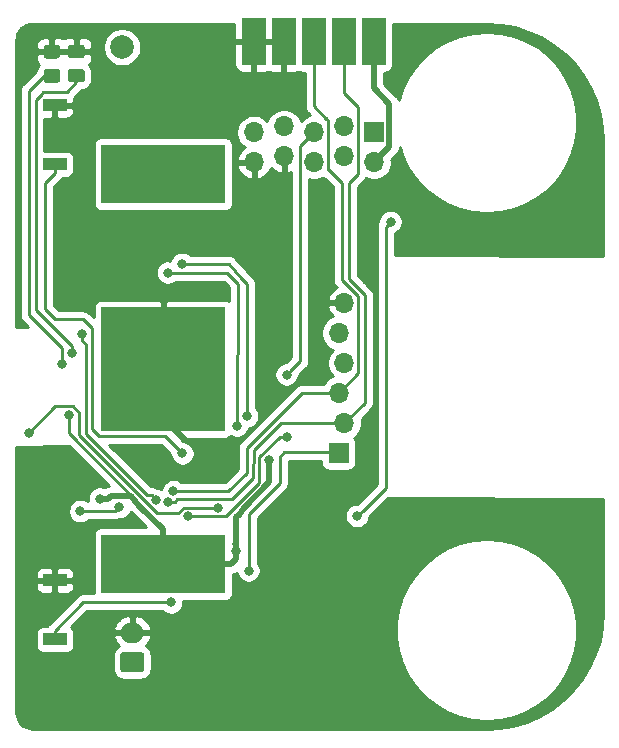
<source format=gtl>
G04 #@! TF.GenerationSoftware,KiCad,Pcbnew,(5.1.5)-3*
G04 #@! TF.CreationDate,2020-04-22T10:09:54+02:00*
G04 #@! TF.ProjectId,RHS_3,5248535f-332e-46b6-9963-61645f706362,rev?*
G04 #@! TF.SameCoordinates,Original*
G04 #@! TF.FileFunction,Copper,L1,Top*
G04 #@! TF.FilePolarity,Positive*
%FSLAX46Y46*%
G04 Gerber Fmt 4.6, Leading zero omitted, Abs format (unit mm)*
G04 Created by KiCad (PCBNEW (5.1.5)-3) date 2020-04-22 10:09:54*
%MOMM*%
%LPD*%
G04 APERTURE LIST*
%ADD10O,2.000000X1.700000*%
%ADD11C,0.100000*%
%ADD12R,10.500000X5.000000*%
%ADD13R,10.500000X10.500000*%
%ADD14R,1.700000X1.700000*%
%ADD15O,1.700000X1.700000*%
%ADD16R,2.000000X1.000000*%
%ADD17C,2.000000*%
%ADD18C,0.800000*%
%ADD19C,0.250000*%
%ADD20C,0.500000*%
%ADD21C,0.254000*%
G04 APERTURE END LIST*
D10*
X69977000Y-121706000D03*
G04 #@! TA.AperFunction,ComponentPad*
D11*
G36*
X70751504Y-123357204D02*
G01*
X70775773Y-123360804D01*
X70799571Y-123366765D01*
X70822671Y-123375030D01*
X70844849Y-123385520D01*
X70865893Y-123398133D01*
X70885598Y-123412747D01*
X70903777Y-123429223D01*
X70920253Y-123447402D01*
X70934867Y-123467107D01*
X70947480Y-123488151D01*
X70957970Y-123510329D01*
X70966235Y-123533429D01*
X70972196Y-123557227D01*
X70975796Y-123581496D01*
X70977000Y-123606000D01*
X70977000Y-124806000D01*
X70975796Y-124830504D01*
X70972196Y-124854773D01*
X70966235Y-124878571D01*
X70957970Y-124901671D01*
X70947480Y-124923849D01*
X70934867Y-124944893D01*
X70920253Y-124964598D01*
X70903777Y-124982777D01*
X70885598Y-124999253D01*
X70865893Y-125013867D01*
X70844849Y-125026480D01*
X70822671Y-125036970D01*
X70799571Y-125045235D01*
X70775773Y-125051196D01*
X70751504Y-125054796D01*
X70727000Y-125056000D01*
X69227000Y-125056000D01*
X69202496Y-125054796D01*
X69178227Y-125051196D01*
X69154429Y-125045235D01*
X69131329Y-125036970D01*
X69109151Y-125026480D01*
X69088107Y-125013867D01*
X69068402Y-124999253D01*
X69050223Y-124982777D01*
X69033747Y-124964598D01*
X69019133Y-124944893D01*
X69006520Y-124923849D01*
X68996030Y-124901671D01*
X68987765Y-124878571D01*
X68981804Y-124854773D01*
X68978204Y-124830504D01*
X68977000Y-124806000D01*
X68977000Y-123606000D01*
X68978204Y-123581496D01*
X68981804Y-123557227D01*
X68987765Y-123533429D01*
X68996030Y-123510329D01*
X69006520Y-123488151D01*
X69019133Y-123467107D01*
X69033747Y-123447402D01*
X69050223Y-123429223D01*
X69068402Y-123412747D01*
X69088107Y-123398133D01*
X69109151Y-123385520D01*
X69131329Y-123375030D01*
X69154429Y-123366765D01*
X69178227Y-123360804D01*
X69202496Y-123357204D01*
X69227000Y-123356000D01*
X70727000Y-123356000D01*
X70751504Y-123357204D01*
G37*
G04 #@! TD.AperFunction*
D12*
X72600000Y-115900000D03*
X72600000Y-82900000D03*
D13*
X72600000Y-99400000D03*
D14*
X87450000Y-106500000D03*
D15*
X87950000Y-103960000D03*
X87450000Y-101420000D03*
X87950000Y-98880000D03*
X87450000Y-96340000D03*
X87950000Y-93800000D03*
D14*
X90450000Y-79350000D03*
D15*
X90450000Y-81890000D03*
X87910000Y-78850000D03*
X87910000Y-81390000D03*
X85370000Y-79350000D03*
X85370000Y-81890000D03*
X82830000Y-78850000D03*
X82830000Y-81390000D03*
X80290000Y-79350000D03*
X80290000Y-81890000D03*
G04 #@! TA.AperFunction,SMDPad,CuDef*
D11*
G36*
X63649505Y-71951204D02*
G01*
X63673773Y-71954804D01*
X63697572Y-71960765D01*
X63720671Y-71969030D01*
X63742850Y-71979520D01*
X63763893Y-71992132D01*
X63783599Y-72006747D01*
X63801777Y-72023223D01*
X63818253Y-72041401D01*
X63832868Y-72061107D01*
X63845480Y-72082150D01*
X63855970Y-72104329D01*
X63864235Y-72127428D01*
X63870196Y-72151227D01*
X63873796Y-72175495D01*
X63875000Y-72199999D01*
X63875000Y-72850001D01*
X63873796Y-72874505D01*
X63870196Y-72898773D01*
X63864235Y-72922572D01*
X63855970Y-72945671D01*
X63845480Y-72967850D01*
X63832868Y-72988893D01*
X63818253Y-73008599D01*
X63801777Y-73026777D01*
X63783599Y-73043253D01*
X63763893Y-73057868D01*
X63742850Y-73070480D01*
X63720671Y-73080970D01*
X63697572Y-73089235D01*
X63673773Y-73095196D01*
X63649505Y-73098796D01*
X63625001Y-73100000D01*
X62724999Y-73100000D01*
X62700495Y-73098796D01*
X62676227Y-73095196D01*
X62652428Y-73089235D01*
X62629329Y-73080970D01*
X62607150Y-73070480D01*
X62586107Y-73057868D01*
X62566401Y-73043253D01*
X62548223Y-73026777D01*
X62531747Y-73008599D01*
X62517132Y-72988893D01*
X62504520Y-72967850D01*
X62494030Y-72945671D01*
X62485765Y-72922572D01*
X62479804Y-72898773D01*
X62476204Y-72874505D01*
X62475000Y-72850001D01*
X62475000Y-72199999D01*
X62476204Y-72175495D01*
X62479804Y-72151227D01*
X62485765Y-72127428D01*
X62494030Y-72104329D01*
X62504520Y-72082150D01*
X62517132Y-72061107D01*
X62531747Y-72041401D01*
X62548223Y-72023223D01*
X62566401Y-72006747D01*
X62586107Y-71992132D01*
X62607150Y-71979520D01*
X62629329Y-71969030D01*
X62652428Y-71960765D01*
X62676227Y-71954804D01*
X62700495Y-71951204D01*
X62724999Y-71950000D01*
X63625001Y-71950000D01*
X63649505Y-71951204D01*
G37*
G04 #@! TD.AperFunction*
G04 #@! TA.AperFunction,SMDPad,CuDef*
G36*
X63649505Y-74001204D02*
G01*
X63673773Y-74004804D01*
X63697572Y-74010765D01*
X63720671Y-74019030D01*
X63742850Y-74029520D01*
X63763893Y-74042132D01*
X63783599Y-74056747D01*
X63801777Y-74073223D01*
X63818253Y-74091401D01*
X63832868Y-74111107D01*
X63845480Y-74132150D01*
X63855970Y-74154329D01*
X63864235Y-74177428D01*
X63870196Y-74201227D01*
X63873796Y-74225495D01*
X63875000Y-74249999D01*
X63875000Y-74900001D01*
X63873796Y-74924505D01*
X63870196Y-74948773D01*
X63864235Y-74972572D01*
X63855970Y-74995671D01*
X63845480Y-75017850D01*
X63832868Y-75038893D01*
X63818253Y-75058599D01*
X63801777Y-75076777D01*
X63783599Y-75093253D01*
X63763893Y-75107868D01*
X63742850Y-75120480D01*
X63720671Y-75130970D01*
X63697572Y-75139235D01*
X63673773Y-75145196D01*
X63649505Y-75148796D01*
X63625001Y-75150000D01*
X62724999Y-75150000D01*
X62700495Y-75148796D01*
X62676227Y-75145196D01*
X62652428Y-75139235D01*
X62629329Y-75130970D01*
X62607150Y-75120480D01*
X62586107Y-75107868D01*
X62566401Y-75093253D01*
X62548223Y-75076777D01*
X62531747Y-75058599D01*
X62517132Y-75038893D01*
X62504520Y-75017850D01*
X62494030Y-74995671D01*
X62485765Y-74972572D01*
X62479804Y-74948773D01*
X62476204Y-74924505D01*
X62475000Y-74900001D01*
X62475000Y-74249999D01*
X62476204Y-74225495D01*
X62479804Y-74201227D01*
X62485765Y-74177428D01*
X62494030Y-74154329D01*
X62504520Y-74132150D01*
X62517132Y-74111107D01*
X62531747Y-74091401D01*
X62548223Y-74073223D01*
X62566401Y-74056747D01*
X62586107Y-74042132D01*
X62607150Y-74029520D01*
X62629329Y-74019030D01*
X62652428Y-74010765D01*
X62676227Y-74004804D01*
X62700495Y-74001204D01*
X62724999Y-74000000D01*
X63625001Y-74000000D01*
X63649505Y-74001204D01*
G37*
G04 #@! TD.AperFunction*
G04 #@! TA.AperFunction,SMDPad,CuDef*
G36*
X65724505Y-73976204D02*
G01*
X65748773Y-73979804D01*
X65772572Y-73985765D01*
X65795671Y-73994030D01*
X65817850Y-74004520D01*
X65838893Y-74017132D01*
X65858599Y-74031747D01*
X65876777Y-74048223D01*
X65893253Y-74066401D01*
X65907868Y-74086107D01*
X65920480Y-74107150D01*
X65930970Y-74129329D01*
X65939235Y-74152428D01*
X65945196Y-74176227D01*
X65948796Y-74200495D01*
X65950000Y-74224999D01*
X65950000Y-74875001D01*
X65948796Y-74899505D01*
X65945196Y-74923773D01*
X65939235Y-74947572D01*
X65930970Y-74970671D01*
X65920480Y-74992850D01*
X65907868Y-75013893D01*
X65893253Y-75033599D01*
X65876777Y-75051777D01*
X65858599Y-75068253D01*
X65838893Y-75082868D01*
X65817850Y-75095480D01*
X65795671Y-75105970D01*
X65772572Y-75114235D01*
X65748773Y-75120196D01*
X65724505Y-75123796D01*
X65700001Y-75125000D01*
X64799999Y-75125000D01*
X64775495Y-75123796D01*
X64751227Y-75120196D01*
X64727428Y-75114235D01*
X64704329Y-75105970D01*
X64682150Y-75095480D01*
X64661107Y-75082868D01*
X64641401Y-75068253D01*
X64623223Y-75051777D01*
X64606747Y-75033599D01*
X64592132Y-75013893D01*
X64579520Y-74992850D01*
X64569030Y-74970671D01*
X64560765Y-74947572D01*
X64554804Y-74923773D01*
X64551204Y-74899505D01*
X64550000Y-74875001D01*
X64550000Y-74224999D01*
X64551204Y-74200495D01*
X64554804Y-74176227D01*
X64560765Y-74152428D01*
X64569030Y-74129329D01*
X64579520Y-74107150D01*
X64592132Y-74086107D01*
X64606747Y-74066401D01*
X64623223Y-74048223D01*
X64641401Y-74031747D01*
X64661107Y-74017132D01*
X64682150Y-74004520D01*
X64704329Y-73994030D01*
X64727428Y-73985765D01*
X64751227Y-73979804D01*
X64775495Y-73976204D01*
X64799999Y-73975000D01*
X65700001Y-73975000D01*
X65724505Y-73976204D01*
G37*
G04 #@! TD.AperFunction*
G04 #@! TA.AperFunction,SMDPad,CuDef*
G36*
X65724505Y-71926204D02*
G01*
X65748773Y-71929804D01*
X65772572Y-71935765D01*
X65795671Y-71944030D01*
X65817850Y-71954520D01*
X65838893Y-71967132D01*
X65858599Y-71981747D01*
X65876777Y-71998223D01*
X65893253Y-72016401D01*
X65907868Y-72036107D01*
X65920480Y-72057150D01*
X65930970Y-72079329D01*
X65939235Y-72102428D01*
X65945196Y-72126227D01*
X65948796Y-72150495D01*
X65950000Y-72174999D01*
X65950000Y-72825001D01*
X65948796Y-72849505D01*
X65945196Y-72873773D01*
X65939235Y-72897572D01*
X65930970Y-72920671D01*
X65920480Y-72942850D01*
X65907868Y-72963893D01*
X65893253Y-72983599D01*
X65876777Y-73001777D01*
X65858599Y-73018253D01*
X65838893Y-73032868D01*
X65817850Y-73045480D01*
X65795671Y-73055970D01*
X65772572Y-73064235D01*
X65748773Y-73070196D01*
X65724505Y-73073796D01*
X65700001Y-73075000D01*
X64799999Y-73075000D01*
X64775495Y-73073796D01*
X64751227Y-73070196D01*
X64727428Y-73064235D01*
X64704329Y-73055970D01*
X64682150Y-73045480D01*
X64661107Y-73032868D01*
X64641401Y-73018253D01*
X64623223Y-73001777D01*
X64606747Y-72983599D01*
X64592132Y-72963893D01*
X64579520Y-72942850D01*
X64569030Y-72920671D01*
X64560765Y-72897572D01*
X64554804Y-72873773D01*
X64551204Y-72849505D01*
X64550000Y-72825001D01*
X64550000Y-72174999D01*
X64551204Y-72150495D01*
X64554804Y-72126227D01*
X64560765Y-72102428D01*
X64569030Y-72079329D01*
X64579520Y-72057150D01*
X64592132Y-72036107D01*
X64606747Y-72016401D01*
X64623223Y-71998223D01*
X64641401Y-71981747D01*
X64661107Y-71967132D01*
X64682150Y-71954520D01*
X64704329Y-71944030D01*
X64727428Y-71935765D01*
X64751227Y-71929804D01*
X64775495Y-71926204D01*
X64799999Y-71925000D01*
X65700001Y-71925000D01*
X65724505Y-71926204D01*
G37*
G04 #@! TD.AperFunction*
G04 #@! TA.AperFunction,SMDPad,CuDef*
G36*
X91425000Y-69650000D02*
G01*
X91425000Y-73650000D01*
X89425000Y-73650000D01*
X89425000Y-69650000D01*
X91425000Y-69650000D01*
G37*
G04 #@! TD.AperFunction*
G04 #@! TA.AperFunction,SMDPad,CuDef*
G36*
X88885000Y-69650000D02*
G01*
X88885000Y-73650000D01*
X86885000Y-73650000D01*
X86885000Y-69650000D01*
X88885000Y-69650000D01*
G37*
G04 #@! TD.AperFunction*
G04 #@! TA.AperFunction,SMDPad,CuDef*
G36*
X86345000Y-69650000D02*
G01*
X86345000Y-73650000D01*
X84345000Y-73650000D01*
X84345000Y-69650000D01*
X86345000Y-69650000D01*
G37*
G04 #@! TD.AperFunction*
G04 #@! TA.AperFunction,SMDPad,CuDef*
G36*
X83805000Y-69650000D02*
G01*
X83805000Y-73650000D01*
X81805000Y-73650000D01*
X81805000Y-69650000D01*
X83805000Y-69650000D01*
G37*
G04 #@! TD.AperFunction*
G04 #@! TA.AperFunction,SMDPad,CuDef*
G36*
X81265000Y-69650000D02*
G01*
X81265000Y-73650000D01*
X79265000Y-73650000D01*
X79265000Y-69650000D01*
X81265000Y-69650000D01*
G37*
G04 #@! TD.AperFunction*
D16*
X63430000Y-122280000D03*
X63430000Y-117280000D03*
X63430000Y-77050000D03*
X63430000Y-82050000D03*
D17*
X69120000Y-72140000D03*
D18*
X78760000Y-114800000D03*
X81600000Y-107065000D03*
X67230000Y-110355000D03*
X64600000Y-103280000D03*
X77070000Y-84450000D03*
X75090000Y-97220000D03*
X63180000Y-114140000D03*
X75140000Y-108150000D03*
X86310000Y-113310000D03*
X91040000Y-84770000D03*
X86270000Y-121630000D03*
X86250000Y-109080000D03*
X76020000Y-73790000D03*
X65640000Y-87260000D03*
X82200000Y-92590000D03*
X86060000Y-88550000D03*
X64690000Y-125200000D03*
X81260000Y-125460000D03*
X90950000Y-125540000D03*
X64030000Y-98970000D03*
X64890000Y-98040000D03*
X65580000Y-111420000D03*
X68881527Y-111089464D03*
X74230000Y-106530000D03*
X79690000Y-103370000D03*
X74200000Y-90480000D03*
X78850000Y-104180000D03*
X72990000Y-91230000D03*
X89020000Y-111830000D03*
X91850000Y-86930000D03*
X61215000Y-104780000D03*
X77245563Y-111134990D03*
X74670000Y-111860000D03*
X83050010Y-105157496D03*
X83050010Y-99867808D03*
X73279000Y-119140000D03*
X73461339Y-109731313D03*
X73004991Y-110621127D03*
X65764835Y-96440155D03*
X72015431Y-110476923D03*
X79830000Y-116460000D03*
D19*
X72600000Y-113430000D02*
X72600000Y-115900000D01*
X64600000Y-104140000D02*
X64600000Y-103280000D01*
D20*
X78760000Y-115365685D02*
X78760000Y-114800000D01*
X78760000Y-115490000D02*
X78760000Y-115365685D01*
X78350000Y-115900000D02*
X78760000Y-115490000D01*
X72600000Y-115900000D02*
X78350000Y-115900000D01*
X78760000Y-114234315D02*
X78720000Y-114194315D01*
X78760000Y-114800000D02*
X78760000Y-114234315D01*
D19*
X78720000Y-112150000D02*
X78680000Y-111880000D01*
D20*
X81600000Y-108960000D02*
X81600000Y-107065000D01*
X79470000Y-111160000D02*
X81600000Y-108960000D01*
X78980000Y-111710000D02*
X79470000Y-111160000D01*
X78760000Y-111930000D02*
X78980000Y-111710000D01*
X78760000Y-114800000D02*
X78760000Y-111930000D01*
X72600000Y-115900000D02*
X72600000Y-112900000D01*
D19*
X64600000Y-103280000D02*
X64600000Y-104790000D01*
X70590000Y-110780000D02*
X70590000Y-110970000D01*
X64600000Y-104790000D02*
X70590000Y-110780000D01*
D20*
X72600000Y-112900000D02*
X70590000Y-110970000D01*
X70590000Y-110970000D02*
X69840000Y-110140000D01*
X68145000Y-110140000D02*
X69840000Y-110140000D01*
X67930000Y-110355000D02*
X68145000Y-110140000D01*
X67230000Y-110355000D02*
X67930000Y-110355000D01*
X91750001Y-80589999D02*
X91750001Y-76940001D01*
X90450000Y-81890000D02*
X91750001Y-80589999D01*
X90425000Y-75615000D02*
X90425000Y-71650000D01*
X91750001Y-76940001D02*
X90425000Y-75615000D01*
X72600000Y-99400000D02*
X72600000Y-103520000D01*
X72600000Y-103520000D02*
X74540000Y-105460000D01*
X74540000Y-105460000D02*
X75190000Y-105460000D01*
X75190000Y-105460000D02*
X75920000Y-106190000D01*
X75920000Y-107370000D02*
X75140000Y-108150000D01*
X75920000Y-106190000D02*
X75920000Y-107370000D01*
D19*
X64030000Y-97630000D02*
X64030000Y-98970000D01*
X61215000Y-94815000D02*
X64030000Y-97630000D01*
X63175000Y-74575000D02*
X62475000Y-74575000D01*
X61215000Y-75835000D02*
X61215000Y-94815000D01*
X62475000Y-74575000D02*
X61215000Y-75835000D01*
X61790000Y-76620000D02*
X61790000Y-94360000D01*
X64890000Y-97460000D02*
X64890000Y-98040000D01*
X61790000Y-94360000D02*
X64890000Y-97460000D01*
X62217499Y-76192501D02*
X61790000Y-76620000D01*
X65250000Y-75125000D02*
X64415000Y-75960000D01*
X65250000Y-74550000D02*
X65250000Y-75125000D01*
X62434998Y-75960000D02*
X62217499Y-76177499D01*
X64415000Y-75960000D02*
X62434998Y-75960000D01*
X62217499Y-76177499D02*
X62217499Y-76192501D01*
X68550991Y-111420000D02*
X68881527Y-111089464D01*
X65580000Y-111420000D02*
X68550991Y-111420000D01*
X73830001Y-106130001D02*
X74230000Y-106530000D01*
X72771000Y-105029000D02*
X73830001Y-106130001D01*
X67143998Y-105029000D02*
X72771000Y-105029000D01*
X66560000Y-95950000D02*
X66560000Y-104445002D01*
X65800000Y-95190000D02*
X66560000Y-95950000D01*
X63470000Y-95190000D02*
X65800000Y-95190000D01*
X62610000Y-94330000D02*
X63470000Y-95190000D01*
X62610000Y-83620000D02*
X62610000Y-94330000D01*
X66560000Y-104445002D02*
X67143998Y-105029000D01*
X63430000Y-82800000D02*
X62610000Y-83620000D01*
X63430000Y-82050000D02*
X63430000Y-82800000D01*
X79690000Y-92160000D02*
X79210000Y-91680000D01*
X79690000Y-103370000D02*
X79690000Y-92160000D01*
X79210000Y-91680000D02*
X78140000Y-90480000D01*
X78140000Y-90480000D02*
X74200000Y-90480000D01*
X78950000Y-92150000D02*
X78850000Y-104180000D01*
X72990000Y-91230000D02*
X78030000Y-91230000D01*
X78030000Y-91230000D02*
X78950000Y-92150000D01*
X91450001Y-109429999D02*
X89490000Y-111390000D01*
X91450001Y-87329999D02*
X91450001Y-109429999D01*
X91850000Y-86930000D02*
X91450001Y-87329999D01*
X89490000Y-111390000D02*
X89020000Y-111830000D01*
X65515002Y-103071998D02*
X65515002Y-105001814D01*
X76679878Y-111134990D02*
X77245563Y-111134990D01*
X61215000Y-104780000D02*
X63440002Y-102554998D01*
X74322008Y-111134990D02*
X76679878Y-111134990D01*
X65515002Y-105001814D02*
X72083188Y-111570000D01*
X63440002Y-102554998D02*
X64998002Y-102554998D01*
X72083188Y-111570000D02*
X73886998Y-111570000D01*
X64998002Y-102554998D02*
X65515002Y-103071998D01*
X73886998Y-111570000D02*
X74322008Y-111134990D01*
X80744990Y-109001822D02*
X80744990Y-106866831D01*
X82454325Y-105157496D02*
X82484325Y-105157496D01*
X82484325Y-105157496D02*
X83050010Y-105157496D01*
X77886812Y-111860000D02*
X80744990Y-109001822D01*
X74670000Y-111860000D02*
X77886812Y-111860000D01*
X80744990Y-106866831D02*
X82454325Y-105157496D01*
X85370000Y-79350000D02*
X84194999Y-80525001D01*
X84194999Y-98722819D02*
X83450009Y-99467809D01*
X84194999Y-80525001D02*
X84194999Y-98722819D01*
X83450009Y-99467809D02*
X83050010Y-99867808D01*
X73279000Y-119140000D02*
X65830000Y-119130000D01*
X65830000Y-119130000D02*
X63430000Y-121530000D01*
X63430000Y-121530000D02*
X63430000Y-122280000D01*
X84320000Y-101420000D02*
X87450000Y-101420000D01*
X79690000Y-106050000D02*
X84320000Y-101420000D01*
X79690000Y-108160000D02*
X79690000Y-106050000D01*
X78118687Y-109731313D02*
X79690000Y-108160000D01*
X73461339Y-109731313D02*
X78118687Y-109731313D01*
X89125001Y-99744999D02*
X87450000Y-101420000D01*
X86545001Y-82574999D02*
X86674999Y-82574999D01*
X87700000Y-91830000D02*
X89080000Y-93210000D01*
X86674999Y-82574999D02*
X87700000Y-83600000D01*
X87700000Y-83600000D02*
X87700000Y-91830000D01*
X89125001Y-93325001D02*
X89125001Y-99744999D01*
X86345000Y-78168002D02*
X86545001Y-78368003D01*
X89080000Y-93210000D02*
X89110000Y-93310000D01*
X86545001Y-78368003D02*
X86545001Y-82574999D01*
X89110000Y-93310000D02*
X89125001Y-93325001D01*
X85345000Y-71650000D02*
X85345000Y-73485000D01*
X85345000Y-73485000D02*
X85340000Y-73490000D01*
X85340000Y-77140000D02*
X86410000Y-78210000D01*
X85340000Y-73490000D02*
X85340000Y-77140000D01*
X86410000Y-78210000D02*
X86345000Y-78168002D01*
X82546411Y-103960000D02*
X87950000Y-103960000D01*
X80294979Y-106211432D02*
X82546411Y-103960000D01*
X80240000Y-108620000D02*
X80294979Y-106211432D01*
X78460000Y-110400000D02*
X80240000Y-108620000D01*
X73791803Y-110400000D02*
X78460000Y-110400000D01*
X73570676Y-110621127D02*
X73791803Y-110400000D01*
X73004991Y-110621127D02*
X73570676Y-110621127D01*
X89670011Y-102239989D02*
X87950000Y-103960000D01*
X88300000Y-91740000D02*
X89100000Y-92540000D01*
X87890000Y-76030000D02*
X89085001Y-77225001D01*
X89100000Y-92540000D02*
X89085001Y-92559589D01*
X89670011Y-93144598D02*
X89670011Y-102239989D01*
X87890000Y-75160000D02*
X87890000Y-76030000D01*
X87885000Y-75155000D02*
X87890000Y-75160000D01*
X89085001Y-77225001D02*
X89085001Y-82864999D01*
X89085001Y-82864999D02*
X88300000Y-83650000D01*
X87885000Y-71650000D02*
X87885000Y-75155000D01*
X88300000Y-83650000D02*
X88300000Y-91740000D01*
X89085001Y-92559589D02*
X89670011Y-93144598D01*
X65764835Y-96440155D02*
X65764835Y-97005840D01*
X71226522Y-110076924D02*
X71615432Y-110076924D01*
X71615432Y-110076924D02*
X72015431Y-110476923D01*
X66065013Y-104915415D02*
X71226522Y-110076924D01*
X65764835Y-97005840D02*
X66065013Y-97306018D01*
X66065013Y-97306018D02*
X66065013Y-104915415D01*
X79830000Y-116460000D02*
X79830000Y-111690000D01*
X82460000Y-109060000D02*
X82460000Y-106840000D01*
X79830000Y-111690000D02*
X82460000Y-109060000D01*
X82850000Y-106450000D02*
X85700000Y-106450000D01*
X82460000Y-106840000D02*
X82850000Y-106450000D01*
X85700000Y-106450000D02*
X87450000Y-106500000D01*
D21*
G36*
X101199045Y-70234570D02*
G01*
X102380212Y-70453486D01*
X103525895Y-70814719D01*
X104619026Y-71312887D01*
X105643286Y-71940555D01*
X106583421Y-72688372D01*
X107425413Y-73545189D01*
X108156708Y-74498231D01*
X108766402Y-75533287D01*
X109245416Y-76634941D01*
X109586599Y-77786755D01*
X109785347Y-78974426D01*
X109840001Y-80017310D01*
X109840000Y-89812474D01*
X92210001Y-89775436D01*
X92210001Y-87901159D01*
X92340256Y-87847205D01*
X92509774Y-87733937D01*
X92653937Y-87589774D01*
X92767205Y-87420256D01*
X92845226Y-87231898D01*
X92885000Y-87031939D01*
X92885000Y-86828061D01*
X92845226Y-86628102D01*
X92767205Y-86439744D01*
X92653937Y-86270226D01*
X92509774Y-86126063D01*
X92340256Y-86012795D01*
X92151898Y-85934774D01*
X91951939Y-85895000D01*
X91748061Y-85895000D01*
X91548102Y-85934774D01*
X91359744Y-86012795D01*
X91190226Y-86126063D01*
X91046063Y-86270226D01*
X90932795Y-86439744D01*
X90854774Y-86628102D01*
X90815000Y-86828061D01*
X90815000Y-86905774D01*
X90802050Y-86930001D01*
X90744455Y-87037753D01*
X90700998Y-87181014D01*
X90690001Y-87292667D01*
X90690001Y-87292677D01*
X90686325Y-87329999D01*
X90690001Y-87367321D01*
X90690002Y-109115196D01*
X89010199Y-110795000D01*
X88918061Y-110795000D01*
X88718102Y-110834774D01*
X88529744Y-110912795D01*
X88360226Y-111026063D01*
X88216063Y-111170226D01*
X88102795Y-111339744D01*
X88024774Y-111528102D01*
X87985000Y-111728061D01*
X87985000Y-111931939D01*
X88024774Y-112131898D01*
X88102795Y-112320256D01*
X88216063Y-112489774D01*
X88360226Y-112633937D01*
X88529744Y-112747205D01*
X88718102Y-112825226D01*
X88918061Y-112865000D01*
X89121939Y-112865000D01*
X89321898Y-112825226D01*
X89510256Y-112747205D01*
X89679774Y-112633937D01*
X89823937Y-112489774D01*
X89937205Y-112320256D01*
X90015226Y-112131898D01*
X90055000Y-111931939D01*
X90055000Y-111899801D01*
X91625797Y-110329005D01*
X109840000Y-110405696D01*
X109840001Y-119979819D01*
X109765430Y-121199045D01*
X109546513Y-122380213D01*
X109185281Y-123525895D01*
X108687116Y-124619020D01*
X108059448Y-125643282D01*
X107311628Y-126583421D01*
X106454811Y-127425413D01*
X105501769Y-128156708D01*
X104466710Y-128766404D01*
X103365052Y-129245418D01*
X102213237Y-129586601D01*
X101025574Y-129785347D01*
X99982726Y-129840000D01*
X61532279Y-129840000D01*
X61240340Y-129811375D01*
X60990571Y-129735965D01*
X60760206Y-129613477D01*
X60558021Y-129448579D01*
X60391712Y-129247546D01*
X60267622Y-129018046D01*
X60190469Y-128768805D01*
X60160000Y-128478911D01*
X60160000Y-123606000D01*
X68338928Y-123606000D01*
X68338928Y-124806000D01*
X68355992Y-124979254D01*
X68406528Y-125145850D01*
X68488595Y-125299386D01*
X68599038Y-125433962D01*
X68733614Y-125544405D01*
X68887150Y-125626472D01*
X69053746Y-125677008D01*
X69227000Y-125694072D01*
X70727000Y-125694072D01*
X70900254Y-125677008D01*
X71066850Y-125626472D01*
X71220386Y-125544405D01*
X71354962Y-125433962D01*
X71465405Y-125299386D01*
X71547472Y-125145850D01*
X71598008Y-124979254D01*
X71615072Y-124806000D01*
X71615072Y-123606000D01*
X71598008Y-123432746D01*
X71547472Y-123266150D01*
X71465405Y-123112614D01*
X71354962Y-122978038D01*
X71220386Y-122867595D01*
X71118407Y-122813086D01*
X71118795Y-122812802D01*
X71315664Y-122598046D01*
X71466854Y-122349009D01*
X71566554Y-122075261D01*
X71568476Y-122062890D01*
X71447155Y-121833000D01*
X70104000Y-121833000D01*
X70104000Y-121853000D01*
X69850000Y-121853000D01*
X69850000Y-121833000D01*
X68506845Y-121833000D01*
X68385524Y-122062890D01*
X68387446Y-122075261D01*
X68487146Y-122349009D01*
X68638336Y-122598046D01*
X68835205Y-122812802D01*
X68835593Y-122813086D01*
X68733614Y-122867595D01*
X68599038Y-122978038D01*
X68488595Y-123112614D01*
X68406528Y-123266150D01*
X68355992Y-123432746D01*
X68338928Y-123606000D01*
X60160000Y-123606000D01*
X60160000Y-117780000D01*
X61791928Y-117780000D01*
X61804188Y-117904482D01*
X61840498Y-118024180D01*
X61899463Y-118134494D01*
X61978815Y-118231185D01*
X62075506Y-118310537D01*
X62185820Y-118369502D01*
X62305518Y-118405812D01*
X62430000Y-118418072D01*
X63144250Y-118415000D01*
X63303000Y-118256250D01*
X63303000Y-117407000D01*
X63557000Y-117407000D01*
X63557000Y-118256250D01*
X63715750Y-118415000D01*
X64430000Y-118418072D01*
X64554482Y-118405812D01*
X64674180Y-118369502D01*
X64784494Y-118310537D01*
X64881185Y-118231185D01*
X64960537Y-118134494D01*
X65019502Y-118024180D01*
X65055812Y-117904482D01*
X65068072Y-117780000D01*
X65065000Y-117565750D01*
X64906250Y-117407000D01*
X63557000Y-117407000D01*
X63303000Y-117407000D01*
X61953750Y-117407000D01*
X61795000Y-117565750D01*
X61791928Y-117780000D01*
X60160000Y-117780000D01*
X60160000Y-116780000D01*
X61791928Y-116780000D01*
X61795000Y-116994250D01*
X61953750Y-117153000D01*
X63303000Y-117153000D01*
X63303000Y-116303750D01*
X63557000Y-116303750D01*
X63557000Y-117153000D01*
X64906250Y-117153000D01*
X65065000Y-116994250D01*
X65068072Y-116780000D01*
X65055812Y-116655518D01*
X65019502Y-116535820D01*
X64960537Y-116425506D01*
X64881185Y-116328815D01*
X64784494Y-116249463D01*
X64674180Y-116190498D01*
X64554482Y-116154188D01*
X64430000Y-116141928D01*
X63715750Y-116145000D01*
X63557000Y-116303750D01*
X63303000Y-116303750D01*
X63144250Y-116145000D01*
X62430000Y-116141928D01*
X62305518Y-116154188D01*
X62185820Y-116190498D01*
X62075506Y-116249463D01*
X61978815Y-116328815D01*
X61899463Y-116425506D01*
X61840498Y-116535820D01*
X61804188Y-116655518D01*
X61791928Y-116780000D01*
X60160000Y-116780000D01*
X60160000Y-105987449D01*
X64638831Y-105903632D01*
X68000180Y-109264981D01*
X67986306Y-109266348D01*
X67971509Y-109267805D01*
X67938911Y-109277694D01*
X67804687Y-109318411D01*
X67650941Y-109400589D01*
X67644062Y-109406234D01*
X67531898Y-109359774D01*
X67331939Y-109320000D01*
X67128061Y-109320000D01*
X66928102Y-109359774D01*
X66739744Y-109437795D01*
X66570226Y-109551063D01*
X66426063Y-109695226D01*
X66312795Y-109864744D01*
X66234774Y-110053102D01*
X66195000Y-110253061D01*
X66195000Y-110456939D01*
X66224640Y-110605951D01*
X66070256Y-110502795D01*
X65881898Y-110424774D01*
X65681939Y-110385000D01*
X65478061Y-110385000D01*
X65278102Y-110424774D01*
X65089744Y-110502795D01*
X64920226Y-110616063D01*
X64776063Y-110760226D01*
X64662795Y-110929744D01*
X64584774Y-111118102D01*
X64545000Y-111318061D01*
X64545000Y-111521939D01*
X64584774Y-111721898D01*
X64662795Y-111910256D01*
X64776063Y-112079774D01*
X64920226Y-112223937D01*
X65089744Y-112337205D01*
X65278102Y-112415226D01*
X65478061Y-112455000D01*
X65681939Y-112455000D01*
X65881898Y-112415226D01*
X66070256Y-112337205D01*
X66239774Y-112223937D01*
X66283711Y-112180000D01*
X68513669Y-112180000D01*
X68550991Y-112183676D01*
X68588313Y-112180000D01*
X68588324Y-112180000D01*
X68699977Y-112169003D01*
X68843238Y-112125546D01*
X68845262Y-112124464D01*
X68983466Y-112124464D01*
X69183425Y-112084690D01*
X69371783Y-112006669D01*
X69541301Y-111893401D01*
X69685464Y-111749238D01*
X69798732Y-111579720D01*
X69845701Y-111466328D01*
X69925293Y-111554410D01*
X69945683Y-111578251D01*
X69954398Y-111586619D01*
X69962515Y-111595602D01*
X69985777Y-111616749D01*
X71178424Y-112761928D01*
X67350000Y-112761928D01*
X67225518Y-112774188D01*
X67105820Y-112810498D01*
X66995506Y-112869463D01*
X66898815Y-112948815D01*
X66819463Y-113045506D01*
X66760498Y-113155820D01*
X66724188Y-113275518D01*
X66711928Y-113400000D01*
X66711928Y-118371184D01*
X65867846Y-118370051D01*
X65830000Y-118366323D01*
X65755687Y-118373642D01*
X65682020Y-118380798D01*
X65681529Y-118380946D01*
X65681014Y-118380997D01*
X65609427Y-118402712D01*
X65538701Y-118424063D01*
X65538250Y-118424303D01*
X65537753Y-118424454D01*
X65471868Y-118459671D01*
X65406577Y-118494457D01*
X65406179Y-118494783D01*
X65405724Y-118495026D01*
X65348023Y-118542380D01*
X65290725Y-118589275D01*
X65266568Y-118618630D01*
X62919003Y-120966196D01*
X62889999Y-120989999D01*
X62834871Y-121057174D01*
X62795026Y-121105724D01*
X62775674Y-121141928D01*
X62430000Y-121141928D01*
X62305518Y-121154188D01*
X62185820Y-121190498D01*
X62075506Y-121249463D01*
X61978815Y-121328815D01*
X61899463Y-121425506D01*
X61840498Y-121535820D01*
X61804188Y-121655518D01*
X61791928Y-121780000D01*
X61791928Y-122780000D01*
X61804188Y-122904482D01*
X61840498Y-123024180D01*
X61899463Y-123134494D01*
X61978815Y-123231185D01*
X62075506Y-123310537D01*
X62185820Y-123369502D01*
X62305518Y-123405812D01*
X62430000Y-123418072D01*
X64430000Y-123418072D01*
X64554482Y-123405812D01*
X64674180Y-123369502D01*
X64784494Y-123310537D01*
X64881185Y-123231185D01*
X64960537Y-123134494D01*
X65019502Y-123024180D01*
X65055812Y-122904482D01*
X65068072Y-122780000D01*
X65068072Y-121780000D01*
X65055812Y-121655518D01*
X65019502Y-121535820D01*
X64960537Y-121425506D01*
X64897841Y-121349110D01*
X68385524Y-121349110D01*
X68506845Y-121579000D01*
X69850000Y-121579000D01*
X69850000Y-120378768D01*
X70104000Y-120378768D01*
X70104000Y-121579000D01*
X71447155Y-121579000D01*
X71568476Y-121349110D01*
X71566554Y-121336739D01*
X71466854Y-121062991D01*
X71383732Y-120926073D01*
X92341475Y-120926073D01*
X92341475Y-122073927D01*
X92512554Y-123208961D01*
X92850890Y-124305819D01*
X93348925Y-125340000D01*
X93995534Y-126288402D01*
X94776273Y-127129838D01*
X95673702Y-127845514D01*
X96667773Y-128419441D01*
X97736280Y-128838799D01*
X98855355Y-129094221D01*
X100000000Y-129180000D01*
X101144645Y-129094221D01*
X102263720Y-128838799D01*
X103332227Y-128419441D01*
X104326298Y-127845514D01*
X105223727Y-127129838D01*
X106004466Y-126288402D01*
X106651075Y-125340000D01*
X107149110Y-124305819D01*
X107487446Y-123208961D01*
X107658525Y-122073927D01*
X107658525Y-120926073D01*
X107487446Y-119791039D01*
X107149110Y-118694181D01*
X106651075Y-117660000D01*
X106004466Y-116711598D01*
X105223727Y-115870162D01*
X104326298Y-115154486D01*
X103332227Y-114580559D01*
X102263720Y-114161201D01*
X101144645Y-113905779D01*
X100000000Y-113820000D01*
X98855355Y-113905779D01*
X97736280Y-114161201D01*
X96667773Y-114580559D01*
X95673702Y-115154486D01*
X94776273Y-115870162D01*
X93995534Y-116711598D01*
X93348925Y-117660000D01*
X92850890Y-118694181D01*
X92512554Y-119791039D01*
X92341475Y-120926073D01*
X71383732Y-120926073D01*
X71315664Y-120813954D01*
X71118795Y-120599198D01*
X70883812Y-120426975D01*
X70619745Y-120303904D01*
X70336742Y-120234715D01*
X70104000Y-120378768D01*
X69850000Y-120378768D01*
X69617258Y-120234715D01*
X69334255Y-120303904D01*
X69070188Y-120426975D01*
X68835205Y-120599198D01*
X68638336Y-120813954D01*
X68487146Y-121062991D01*
X68387446Y-121336739D01*
X68385524Y-121349110D01*
X64897841Y-121349110D01*
X64881185Y-121328815D01*
X64784958Y-121249844D01*
X66144379Y-119890423D01*
X72574343Y-119899054D01*
X72619226Y-119943937D01*
X72788744Y-120057205D01*
X72977102Y-120135226D01*
X73177061Y-120175000D01*
X73380939Y-120175000D01*
X73580898Y-120135226D01*
X73769256Y-120057205D01*
X73938774Y-119943937D01*
X74082937Y-119799774D01*
X74196205Y-119630256D01*
X74274226Y-119441898D01*
X74314000Y-119241939D01*
X74314000Y-119038072D01*
X77850000Y-119038072D01*
X77974482Y-119025812D01*
X78094180Y-118989502D01*
X78204494Y-118930537D01*
X78301185Y-118851185D01*
X78380537Y-118754494D01*
X78439502Y-118644180D01*
X78475812Y-118524482D01*
X78488072Y-118400000D01*
X78488072Y-116775683D01*
X78523490Y-116772195D01*
X78690313Y-116721589D01*
X78813644Y-116655668D01*
X78834774Y-116761898D01*
X78912795Y-116950256D01*
X79026063Y-117119774D01*
X79170226Y-117263937D01*
X79339744Y-117377205D01*
X79528102Y-117455226D01*
X79728061Y-117495000D01*
X79931939Y-117495000D01*
X80131898Y-117455226D01*
X80320256Y-117377205D01*
X80489774Y-117263937D01*
X80633937Y-117119774D01*
X80747205Y-116950256D01*
X80825226Y-116761898D01*
X80865000Y-116561939D01*
X80865000Y-116358061D01*
X80825226Y-116158102D01*
X80747205Y-115969744D01*
X80633937Y-115800226D01*
X80590000Y-115756289D01*
X80590000Y-112004801D01*
X82971004Y-109623798D01*
X83000001Y-109600001D01*
X83094974Y-109484276D01*
X83165546Y-109352247D01*
X83209003Y-109208986D01*
X83220000Y-109097333D01*
X83220000Y-109097325D01*
X83223676Y-109060000D01*
X83220000Y-109022675D01*
X83220000Y-107210000D01*
X85689171Y-107210000D01*
X85961928Y-107217793D01*
X85961928Y-107350000D01*
X85974188Y-107474482D01*
X86010498Y-107594180D01*
X86069463Y-107704494D01*
X86148815Y-107801185D01*
X86245506Y-107880537D01*
X86355820Y-107939502D01*
X86475518Y-107975812D01*
X86600000Y-107988072D01*
X88300000Y-107988072D01*
X88424482Y-107975812D01*
X88544180Y-107939502D01*
X88654494Y-107880537D01*
X88751185Y-107801185D01*
X88830537Y-107704494D01*
X88889502Y-107594180D01*
X88925812Y-107474482D01*
X88938072Y-107350000D01*
X88938072Y-105650000D01*
X88925812Y-105525518D01*
X88889502Y-105405820D01*
X88830537Y-105295506D01*
X88757463Y-105206465D01*
X88896632Y-105113475D01*
X89103475Y-104906632D01*
X89265990Y-104663411D01*
X89377932Y-104393158D01*
X89435000Y-104106260D01*
X89435000Y-103813740D01*
X89391210Y-103593592D01*
X90181014Y-102803788D01*
X90210012Y-102779990D01*
X90267266Y-102710226D01*
X90304985Y-102664266D01*
X90375557Y-102532236D01*
X90380384Y-102516323D01*
X90419014Y-102388975D01*
X90430011Y-102277322D01*
X90430011Y-102277312D01*
X90433687Y-102239989D01*
X90430011Y-102202666D01*
X90430011Y-93181920D01*
X90433687Y-93144597D01*
X90430011Y-93107274D01*
X90430011Y-93107265D01*
X90419014Y-92995612D01*
X90375557Y-92852351D01*
X90304985Y-92720322D01*
X90210012Y-92604597D01*
X90181015Y-92580800D01*
X89763697Y-92163483D01*
X89760969Y-92157478D01*
X89746591Y-92137458D01*
X89734974Y-92115724D01*
X89703019Y-92076786D01*
X89673641Y-92035880D01*
X89628346Y-91993544D01*
X89060000Y-91425199D01*
X89060000Y-83964801D01*
X89596003Y-83428798D01*
X89625002Y-83405000D01*
X89663777Y-83357753D01*
X89719975Y-83289276D01*
X89761247Y-83212062D01*
X90016842Y-83317932D01*
X90303740Y-83375000D01*
X90596260Y-83375000D01*
X90883158Y-83317932D01*
X91153411Y-83205990D01*
X91396632Y-83043475D01*
X91603475Y-82836632D01*
X91765990Y-82593411D01*
X91877932Y-82323158D01*
X91935000Y-82036260D01*
X91935000Y-81743740D01*
X91920539Y-81671040D01*
X92345051Y-81246528D01*
X92378818Y-81218816D01*
X92489412Y-81084058D01*
X92571590Y-80930312D01*
X92622196Y-80763489D01*
X92635001Y-80633476D01*
X92635001Y-80633466D01*
X92637057Y-80612590D01*
X92850890Y-81305819D01*
X93348925Y-82340000D01*
X93995534Y-83288402D01*
X94776273Y-84129838D01*
X95673702Y-84845514D01*
X96667773Y-85419441D01*
X97736280Y-85838799D01*
X98855355Y-86094221D01*
X100000000Y-86180000D01*
X101144645Y-86094221D01*
X102263720Y-85838799D01*
X103332227Y-85419441D01*
X104326298Y-84845514D01*
X105223727Y-84129838D01*
X106004466Y-83288402D01*
X106651075Y-82340000D01*
X107149110Y-81305819D01*
X107487446Y-80208961D01*
X107658525Y-79073927D01*
X107658525Y-77926073D01*
X107487446Y-76791039D01*
X107149110Y-75694181D01*
X106651075Y-74660000D01*
X106004466Y-73711598D01*
X105223727Y-72870162D01*
X104326298Y-72154486D01*
X103332227Y-71580559D01*
X102263720Y-71161201D01*
X101144645Y-70905779D01*
X100000000Y-70820000D01*
X98855355Y-70905779D01*
X97736280Y-71161201D01*
X96667773Y-71580559D01*
X95673702Y-72154486D01*
X94776273Y-72870162D01*
X93995534Y-73711598D01*
X93348925Y-74660000D01*
X92850890Y-75694181D01*
X92571582Y-76599674D01*
X92489412Y-76445942D01*
X92465211Y-76416453D01*
X92406533Y-76344954D01*
X92406531Y-76344952D01*
X92378818Y-76311184D01*
X92345050Y-76283471D01*
X91310000Y-75248422D01*
X91310000Y-74288072D01*
X91425000Y-74288072D01*
X91549482Y-74275812D01*
X91669180Y-74239502D01*
X91779494Y-74180537D01*
X91876185Y-74101185D01*
X91955537Y-74004494D01*
X92014502Y-73894180D01*
X92050812Y-73774482D01*
X92063072Y-73650000D01*
X92063072Y-70160000D01*
X99979835Y-70160000D01*
X101199045Y-70234570D01*
G37*
X101199045Y-70234570D02*
X102380212Y-70453486D01*
X103525895Y-70814719D01*
X104619026Y-71312887D01*
X105643286Y-71940555D01*
X106583421Y-72688372D01*
X107425413Y-73545189D01*
X108156708Y-74498231D01*
X108766402Y-75533287D01*
X109245416Y-76634941D01*
X109586599Y-77786755D01*
X109785347Y-78974426D01*
X109840001Y-80017310D01*
X109840000Y-89812474D01*
X92210001Y-89775436D01*
X92210001Y-87901159D01*
X92340256Y-87847205D01*
X92509774Y-87733937D01*
X92653937Y-87589774D01*
X92767205Y-87420256D01*
X92845226Y-87231898D01*
X92885000Y-87031939D01*
X92885000Y-86828061D01*
X92845226Y-86628102D01*
X92767205Y-86439744D01*
X92653937Y-86270226D01*
X92509774Y-86126063D01*
X92340256Y-86012795D01*
X92151898Y-85934774D01*
X91951939Y-85895000D01*
X91748061Y-85895000D01*
X91548102Y-85934774D01*
X91359744Y-86012795D01*
X91190226Y-86126063D01*
X91046063Y-86270226D01*
X90932795Y-86439744D01*
X90854774Y-86628102D01*
X90815000Y-86828061D01*
X90815000Y-86905774D01*
X90802050Y-86930001D01*
X90744455Y-87037753D01*
X90700998Y-87181014D01*
X90690001Y-87292667D01*
X90690001Y-87292677D01*
X90686325Y-87329999D01*
X90690001Y-87367321D01*
X90690002Y-109115196D01*
X89010199Y-110795000D01*
X88918061Y-110795000D01*
X88718102Y-110834774D01*
X88529744Y-110912795D01*
X88360226Y-111026063D01*
X88216063Y-111170226D01*
X88102795Y-111339744D01*
X88024774Y-111528102D01*
X87985000Y-111728061D01*
X87985000Y-111931939D01*
X88024774Y-112131898D01*
X88102795Y-112320256D01*
X88216063Y-112489774D01*
X88360226Y-112633937D01*
X88529744Y-112747205D01*
X88718102Y-112825226D01*
X88918061Y-112865000D01*
X89121939Y-112865000D01*
X89321898Y-112825226D01*
X89510256Y-112747205D01*
X89679774Y-112633937D01*
X89823937Y-112489774D01*
X89937205Y-112320256D01*
X90015226Y-112131898D01*
X90055000Y-111931939D01*
X90055000Y-111899801D01*
X91625797Y-110329005D01*
X109840000Y-110405696D01*
X109840001Y-119979819D01*
X109765430Y-121199045D01*
X109546513Y-122380213D01*
X109185281Y-123525895D01*
X108687116Y-124619020D01*
X108059448Y-125643282D01*
X107311628Y-126583421D01*
X106454811Y-127425413D01*
X105501769Y-128156708D01*
X104466710Y-128766404D01*
X103365052Y-129245418D01*
X102213237Y-129586601D01*
X101025574Y-129785347D01*
X99982726Y-129840000D01*
X61532279Y-129840000D01*
X61240340Y-129811375D01*
X60990571Y-129735965D01*
X60760206Y-129613477D01*
X60558021Y-129448579D01*
X60391712Y-129247546D01*
X60267622Y-129018046D01*
X60190469Y-128768805D01*
X60160000Y-128478911D01*
X60160000Y-123606000D01*
X68338928Y-123606000D01*
X68338928Y-124806000D01*
X68355992Y-124979254D01*
X68406528Y-125145850D01*
X68488595Y-125299386D01*
X68599038Y-125433962D01*
X68733614Y-125544405D01*
X68887150Y-125626472D01*
X69053746Y-125677008D01*
X69227000Y-125694072D01*
X70727000Y-125694072D01*
X70900254Y-125677008D01*
X71066850Y-125626472D01*
X71220386Y-125544405D01*
X71354962Y-125433962D01*
X71465405Y-125299386D01*
X71547472Y-125145850D01*
X71598008Y-124979254D01*
X71615072Y-124806000D01*
X71615072Y-123606000D01*
X71598008Y-123432746D01*
X71547472Y-123266150D01*
X71465405Y-123112614D01*
X71354962Y-122978038D01*
X71220386Y-122867595D01*
X71118407Y-122813086D01*
X71118795Y-122812802D01*
X71315664Y-122598046D01*
X71466854Y-122349009D01*
X71566554Y-122075261D01*
X71568476Y-122062890D01*
X71447155Y-121833000D01*
X70104000Y-121833000D01*
X70104000Y-121853000D01*
X69850000Y-121853000D01*
X69850000Y-121833000D01*
X68506845Y-121833000D01*
X68385524Y-122062890D01*
X68387446Y-122075261D01*
X68487146Y-122349009D01*
X68638336Y-122598046D01*
X68835205Y-122812802D01*
X68835593Y-122813086D01*
X68733614Y-122867595D01*
X68599038Y-122978038D01*
X68488595Y-123112614D01*
X68406528Y-123266150D01*
X68355992Y-123432746D01*
X68338928Y-123606000D01*
X60160000Y-123606000D01*
X60160000Y-117780000D01*
X61791928Y-117780000D01*
X61804188Y-117904482D01*
X61840498Y-118024180D01*
X61899463Y-118134494D01*
X61978815Y-118231185D01*
X62075506Y-118310537D01*
X62185820Y-118369502D01*
X62305518Y-118405812D01*
X62430000Y-118418072D01*
X63144250Y-118415000D01*
X63303000Y-118256250D01*
X63303000Y-117407000D01*
X63557000Y-117407000D01*
X63557000Y-118256250D01*
X63715750Y-118415000D01*
X64430000Y-118418072D01*
X64554482Y-118405812D01*
X64674180Y-118369502D01*
X64784494Y-118310537D01*
X64881185Y-118231185D01*
X64960537Y-118134494D01*
X65019502Y-118024180D01*
X65055812Y-117904482D01*
X65068072Y-117780000D01*
X65065000Y-117565750D01*
X64906250Y-117407000D01*
X63557000Y-117407000D01*
X63303000Y-117407000D01*
X61953750Y-117407000D01*
X61795000Y-117565750D01*
X61791928Y-117780000D01*
X60160000Y-117780000D01*
X60160000Y-116780000D01*
X61791928Y-116780000D01*
X61795000Y-116994250D01*
X61953750Y-117153000D01*
X63303000Y-117153000D01*
X63303000Y-116303750D01*
X63557000Y-116303750D01*
X63557000Y-117153000D01*
X64906250Y-117153000D01*
X65065000Y-116994250D01*
X65068072Y-116780000D01*
X65055812Y-116655518D01*
X65019502Y-116535820D01*
X64960537Y-116425506D01*
X64881185Y-116328815D01*
X64784494Y-116249463D01*
X64674180Y-116190498D01*
X64554482Y-116154188D01*
X64430000Y-116141928D01*
X63715750Y-116145000D01*
X63557000Y-116303750D01*
X63303000Y-116303750D01*
X63144250Y-116145000D01*
X62430000Y-116141928D01*
X62305518Y-116154188D01*
X62185820Y-116190498D01*
X62075506Y-116249463D01*
X61978815Y-116328815D01*
X61899463Y-116425506D01*
X61840498Y-116535820D01*
X61804188Y-116655518D01*
X61791928Y-116780000D01*
X60160000Y-116780000D01*
X60160000Y-105987449D01*
X64638831Y-105903632D01*
X68000180Y-109264981D01*
X67986306Y-109266348D01*
X67971509Y-109267805D01*
X67938911Y-109277694D01*
X67804687Y-109318411D01*
X67650941Y-109400589D01*
X67644062Y-109406234D01*
X67531898Y-109359774D01*
X67331939Y-109320000D01*
X67128061Y-109320000D01*
X66928102Y-109359774D01*
X66739744Y-109437795D01*
X66570226Y-109551063D01*
X66426063Y-109695226D01*
X66312795Y-109864744D01*
X66234774Y-110053102D01*
X66195000Y-110253061D01*
X66195000Y-110456939D01*
X66224640Y-110605951D01*
X66070256Y-110502795D01*
X65881898Y-110424774D01*
X65681939Y-110385000D01*
X65478061Y-110385000D01*
X65278102Y-110424774D01*
X65089744Y-110502795D01*
X64920226Y-110616063D01*
X64776063Y-110760226D01*
X64662795Y-110929744D01*
X64584774Y-111118102D01*
X64545000Y-111318061D01*
X64545000Y-111521939D01*
X64584774Y-111721898D01*
X64662795Y-111910256D01*
X64776063Y-112079774D01*
X64920226Y-112223937D01*
X65089744Y-112337205D01*
X65278102Y-112415226D01*
X65478061Y-112455000D01*
X65681939Y-112455000D01*
X65881898Y-112415226D01*
X66070256Y-112337205D01*
X66239774Y-112223937D01*
X66283711Y-112180000D01*
X68513669Y-112180000D01*
X68550991Y-112183676D01*
X68588313Y-112180000D01*
X68588324Y-112180000D01*
X68699977Y-112169003D01*
X68843238Y-112125546D01*
X68845262Y-112124464D01*
X68983466Y-112124464D01*
X69183425Y-112084690D01*
X69371783Y-112006669D01*
X69541301Y-111893401D01*
X69685464Y-111749238D01*
X69798732Y-111579720D01*
X69845701Y-111466328D01*
X69925293Y-111554410D01*
X69945683Y-111578251D01*
X69954398Y-111586619D01*
X69962515Y-111595602D01*
X69985777Y-111616749D01*
X71178424Y-112761928D01*
X67350000Y-112761928D01*
X67225518Y-112774188D01*
X67105820Y-112810498D01*
X66995506Y-112869463D01*
X66898815Y-112948815D01*
X66819463Y-113045506D01*
X66760498Y-113155820D01*
X66724188Y-113275518D01*
X66711928Y-113400000D01*
X66711928Y-118371184D01*
X65867846Y-118370051D01*
X65830000Y-118366323D01*
X65755687Y-118373642D01*
X65682020Y-118380798D01*
X65681529Y-118380946D01*
X65681014Y-118380997D01*
X65609427Y-118402712D01*
X65538701Y-118424063D01*
X65538250Y-118424303D01*
X65537753Y-118424454D01*
X65471868Y-118459671D01*
X65406577Y-118494457D01*
X65406179Y-118494783D01*
X65405724Y-118495026D01*
X65348023Y-118542380D01*
X65290725Y-118589275D01*
X65266568Y-118618630D01*
X62919003Y-120966196D01*
X62889999Y-120989999D01*
X62834871Y-121057174D01*
X62795026Y-121105724D01*
X62775674Y-121141928D01*
X62430000Y-121141928D01*
X62305518Y-121154188D01*
X62185820Y-121190498D01*
X62075506Y-121249463D01*
X61978815Y-121328815D01*
X61899463Y-121425506D01*
X61840498Y-121535820D01*
X61804188Y-121655518D01*
X61791928Y-121780000D01*
X61791928Y-122780000D01*
X61804188Y-122904482D01*
X61840498Y-123024180D01*
X61899463Y-123134494D01*
X61978815Y-123231185D01*
X62075506Y-123310537D01*
X62185820Y-123369502D01*
X62305518Y-123405812D01*
X62430000Y-123418072D01*
X64430000Y-123418072D01*
X64554482Y-123405812D01*
X64674180Y-123369502D01*
X64784494Y-123310537D01*
X64881185Y-123231185D01*
X64960537Y-123134494D01*
X65019502Y-123024180D01*
X65055812Y-122904482D01*
X65068072Y-122780000D01*
X65068072Y-121780000D01*
X65055812Y-121655518D01*
X65019502Y-121535820D01*
X64960537Y-121425506D01*
X64897841Y-121349110D01*
X68385524Y-121349110D01*
X68506845Y-121579000D01*
X69850000Y-121579000D01*
X69850000Y-120378768D01*
X70104000Y-120378768D01*
X70104000Y-121579000D01*
X71447155Y-121579000D01*
X71568476Y-121349110D01*
X71566554Y-121336739D01*
X71466854Y-121062991D01*
X71383732Y-120926073D01*
X92341475Y-120926073D01*
X92341475Y-122073927D01*
X92512554Y-123208961D01*
X92850890Y-124305819D01*
X93348925Y-125340000D01*
X93995534Y-126288402D01*
X94776273Y-127129838D01*
X95673702Y-127845514D01*
X96667773Y-128419441D01*
X97736280Y-128838799D01*
X98855355Y-129094221D01*
X100000000Y-129180000D01*
X101144645Y-129094221D01*
X102263720Y-128838799D01*
X103332227Y-128419441D01*
X104326298Y-127845514D01*
X105223727Y-127129838D01*
X106004466Y-126288402D01*
X106651075Y-125340000D01*
X107149110Y-124305819D01*
X107487446Y-123208961D01*
X107658525Y-122073927D01*
X107658525Y-120926073D01*
X107487446Y-119791039D01*
X107149110Y-118694181D01*
X106651075Y-117660000D01*
X106004466Y-116711598D01*
X105223727Y-115870162D01*
X104326298Y-115154486D01*
X103332227Y-114580559D01*
X102263720Y-114161201D01*
X101144645Y-113905779D01*
X100000000Y-113820000D01*
X98855355Y-113905779D01*
X97736280Y-114161201D01*
X96667773Y-114580559D01*
X95673702Y-115154486D01*
X94776273Y-115870162D01*
X93995534Y-116711598D01*
X93348925Y-117660000D01*
X92850890Y-118694181D01*
X92512554Y-119791039D01*
X92341475Y-120926073D01*
X71383732Y-120926073D01*
X71315664Y-120813954D01*
X71118795Y-120599198D01*
X70883812Y-120426975D01*
X70619745Y-120303904D01*
X70336742Y-120234715D01*
X70104000Y-120378768D01*
X69850000Y-120378768D01*
X69617258Y-120234715D01*
X69334255Y-120303904D01*
X69070188Y-120426975D01*
X68835205Y-120599198D01*
X68638336Y-120813954D01*
X68487146Y-121062991D01*
X68387446Y-121336739D01*
X68385524Y-121349110D01*
X64897841Y-121349110D01*
X64881185Y-121328815D01*
X64784958Y-121249844D01*
X66144379Y-119890423D01*
X72574343Y-119899054D01*
X72619226Y-119943937D01*
X72788744Y-120057205D01*
X72977102Y-120135226D01*
X73177061Y-120175000D01*
X73380939Y-120175000D01*
X73580898Y-120135226D01*
X73769256Y-120057205D01*
X73938774Y-119943937D01*
X74082937Y-119799774D01*
X74196205Y-119630256D01*
X74274226Y-119441898D01*
X74314000Y-119241939D01*
X74314000Y-119038072D01*
X77850000Y-119038072D01*
X77974482Y-119025812D01*
X78094180Y-118989502D01*
X78204494Y-118930537D01*
X78301185Y-118851185D01*
X78380537Y-118754494D01*
X78439502Y-118644180D01*
X78475812Y-118524482D01*
X78488072Y-118400000D01*
X78488072Y-116775683D01*
X78523490Y-116772195D01*
X78690313Y-116721589D01*
X78813644Y-116655668D01*
X78834774Y-116761898D01*
X78912795Y-116950256D01*
X79026063Y-117119774D01*
X79170226Y-117263937D01*
X79339744Y-117377205D01*
X79528102Y-117455226D01*
X79728061Y-117495000D01*
X79931939Y-117495000D01*
X80131898Y-117455226D01*
X80320256Y-117377205D01*
X80489774Y-117263937D01*
X80633937Y-117119774D01*
X80747205Y-116950256D01*
X80825226Y-116761898D01*
X80865000Y-116561939D01*
X80865000Y-116358061D01*
X80825226Y-116158102D01*
X80747205Y-115969744D01*
X80633937Y-115800226D01*
X80590000Y-115756289D01*
X80590000Y-112004801D01*
X82971004Y-109623798D01*
X83000001Y-109600001D01*
X83094974Y-109484276D01*
X83165546Y-109352247D01*
X83209003Y-109208986D01*
X83220000Y-109097333D01*
X83220000Y-109097325D01*
X83223676Y-109060000D01*
X83220000Y-109022675D01*
X83220000Y-107210000D01*
X85689171Y-107210000D01*
X85961928Y-107217793D01*
X85961928Y-107350000D01*
X85974188Y-107474482D01*
X86010498Y-107594180D01*
X86069463Y-107704494D01*
X86148815Y-107801185D01*
X86245506Y-107880537D01*
X86355820Y-107939502D01*
X86475518Y-107975812D01*
X86600000Y-107988072D01*
X88300000Y-107988072D01*
X88424482Y-107975812D01*
X88544180Y-107939502D01*
X88654494Y-107880537D01*
X88751185Y-107801185D01*
X88830537Y-107704494D01*
X88889502Y-107594180D01*
X88925812Y-107474482D01*
X88938072Y-107350000D01*
X88938072Y-105650000D01*
X88925812Y-105525518D01*
X88889502Y-105405820D01*
X88830537Y-105295506D01*
X88757463Y-105206465D01*
X88896632Y-105113475D01*
X89103475Y-104906632D01*
X89265990Y-104663411D01*
X89377932Y-104393158D01*
X89435000Y-104106260D01*
X89435000Y-103813740D01*
X89391210Y-103593592D01*
X90181014Y-102803788D01*
X90210012Y-102779990D01*
X90267266Y-102710226D01*
X90304985Y-102664266D01*
X90375557Y-102532236D01*
X90380384Y-102516323D01*
X90419014Y-102388975D01*
X90430011Y-102277322D01*
X90430011Y-102277312D01*
X90433687Y-102239989D01*
X90430011Y-102202666D01*
X90430011Y-93181920D01*
X90433687Y-93144597D01*
X90430011Y-93107274D01*
X90430011Y-93107265D01*
X90419014Y-92995612D01*
X90375557Y-92852351D01*
X90304985Y-92720322D01*
X90210012Y-92604597D01*
X90181015Y-92580800D01*
X89763697Y-92163483D01*
X89760969Y-92157478D01*
X89746591Y-92137458D01*
X89734974Y-92115724D01*
X89703019Y-92076786D01*
X89673641Y-92035880D01*
X89628346Y-91993544D01*
X89060000Y-91425199D01*
X89060000Y-83964801D01*
X89596003Y-83428798D01*
X89625002Y-83405000D01*
X89663777Y-83357753D01*
X89719975Y-83289276D01*
X89761247Y-83212062D01*
X90016842Y-83317932D01*
X90303740Y-83375000D01*
X90596260Y-83375000D01*
X90883158Y-83317932D01*
X91153411Y-83205990D01*
X91396632Y-83043475D01*
X91603475Y-82836632D01*
X91765990Y-82593411D01*
X91877932Y-82323158D01*
X91935000Y-82036260D01*
X91935000Y-81743740D01*
X91920539Y-81671040D01*
X92345051Y-81246528D01*
X92378818Y-81218816D01*
X92489412Y-81084058D01*
X92571590Y-80930312D01*
X92622196Y-80763489D01*
X92635001Y-80633476D01*
X92635001Y-80633466D01*
X92637057Y-80612590D01*
X92850890Y-81305819D01*
X93348925Y-82340000D01*
X93995534Y-83288402D01*
X94776273Y-84129838D01*
X95673702Y-84845514D01*
X96667773Y-85419441D01*
X97736280Y-85838799D01*
X98855355Y-86094221D01*
X100000000Y-86180000D01*
X101144645Y-86094221D01*
X102263720Y-85838799D01*
X103332227Y-85419441D01*
X104326298Y-84845514D01*
X105223727Y-84129838D01*
X106004466Y-83288402D01*
X106651075Y-82340000D01*
X107149110Y-81305819D01*
X107487446Y-80208961D01*
X107658525Y-79073927D01*
X107658525Y-77926073D01*
X107487446Y-76791039D01*
X107149110Y-75694181D01*
X106651075Y-74660000D01*
X106004466Y-73711598D01*
X105223727Y-72870162D01*
X104326298Y-72154486D01*
X103332227Y-71580559D01*
X102263720Y-71161201D01*
X101144645Y-70905779D01*
X100000000Y-70820000D01*
X98855355Y-70905779D01*
X97736280Y-71161201D01*
X96667773Y-71580559D01*
X95673702Y-72154486D01*
X94776273Y-72870162D01*
X93995534Y-73711598D01*
X93348925Y-74660000D01*
X92850890Y-75694181D01*
X92571582Y-76599674D01*
X92489412Y-76445942D01*
X92465211Y-76416453D01*
X92406533Y-76344954D01*
X92406531Y-76344952D01*
X92378818Y-76311184D01*
X92345050Y-76283471D01*
X91310000Y-75248422D01*
X91310000Y-74288072D01*
X91425000Y-74288072D01*
X91549482Y-74275812D01*
X91669180Y-74239502D01*
X91779494Y-74180537D01*
X91876185Y-74101185D01*
X91955537Y-74004494D01*
X92014502Y-73894180D01*
X92050812Y-73774482D01*
X92063072Y-73650000D01*
X92063072Y-70160000D01*
X99979835Y-70160000D01*
X101199045Y-70234570D01*
G36*
X78626928Y-71523000D02*
G01*
X80138000Y-71523000D01*
X80138000Y-71503000D01*
X80392000Y-71503000D01*
X80392000Y-71523000D01*
X82678000Y-71523000D01*
X82678000Y-71503000D01*
X82932000Y-71503000D01*
X82932000Y-71523000D01*
X82952000Y-71523000D01*
X82952000Y-71777000D01*
X82932000Y-71777000D01*
X82932000Y-74288072D01*
X83805000Y-74288072D01*
X83929482Y-74275812D01*
X84049180Y-74239502D01*
X84075000Y-74225701D01*
X84100820Y-74239502D01*
X84220518Y-74275812D01*
X84345000Y-74288072D01*
X84580000Y-74288072D01*
X84580001Y-77102668D01*
X84576324Y-77140000D01*
X84590998Y-77288985D01*
X84634454Y-77432246D01*
X84705026Y-77564276D01*
X84774785Y-77649277D01*
X84800000Y-77680001D01*
X84828998Y-77703799D01*
X85028946Y-77903747D01*
X84936842Y-77922068D01*
X84666589Y-78034010D01*
X84423368Y-78196525D01*
X84241858Y-78378035D01*
X84145990Y-78146589D01*
X83983475Y-77903368D01*
X83776632Y-77696525D01*
X83533411Y-77534010D01*
X83263158Y-77422068D01*
X82976260Y-77365000D01*
X82683740Y-77365000D01*
X82396842Y-77422068D01*
X82126589Y-77534010D01*
X81883368Y-77696525D01*
X81676525Y-77903368D01*
X81514010Y-78146589D01*
X81418142Y-78378035D01*
X81236632Y-78196525D01*
X80993411Y-78034010D01*
X80723158Y-77922068D01*
X80436260Y-77865000D01*
X80143740Y-77865000D01*
X79856842Y-77922068D01*
X79586589Y-78034010D01*
X79343368Y-78196525D01*
X79136525Y-78403368D01*
X78974010Y-78646589D01*
X78862068Y-78916842D01*
X78805000Y-79203740D01*
X78805000Y-79496260D01*
X78862068Y-79783158D01*
X78974010Y-80053411D01*
X79136525Y-80296632D01*
X79343368Y-80503475D01*
X79519406Y-80621100D01*
X79289731Y-80792412D01*
X79094822Y-81008645D01*
X78945843Y-81258748D01*
X78848519Y-81533109D01*
X78969186Y-81763000D01*
X80163000Y-81763000D01*
X80163000Y-81743000D01*
X80417000Y-81743000D01*
X80417000Y-81763000D01*
X80437000Y-81763000D01*
X80437000Y-82017000D01*
X80417000Y-82017000D01*
X80417000Y-83210155D01*
X80646890Y-83331476D01*
X80794099Y-83286825D01*
X81056920Y-83161641D01*
X81290269Y-82987588D01*
X81485178Y-82771355D01*
X81634157Y-82521252D01*
X81697957Y-82341397D01*
X81829731Y-82487588D01*
X82063080Y-82661641D01*
X82325901Y-82786825D01*
X82473110Y-82831476D01*
X82703000Y-82710155D01*
X82703000Y-81517000D01*
X82683000Y-81517000D01*
X82683000Y-81263000D01*
X82703000Y-81263000D01*
X82703000Y-81243000D01*
X82957000Y-81243000D01*
X82957000Y-81263000D01*
X82977000Y-81263000D01*
X82977000Y-81517000D01*
X82957000Y-81517000D01*
X82957000Y-82710155D01*
X83186890Y-82831476D01*
X83334099Y-82786825D01*
X83434999Y-82738765D01*
X83435000Y-98408016D01*
X83010209Y-98832808D01*
X82948071Y-98832808D01*
X82748112Y-98872582D01*
X82559754Y-98950603D01*
X82390236Y-99063871D01*
X82246073Y-99208034D01*
X82132805Y-99377552D01*
X82054784Y-99565910D01*
X82015010Y-99765869D01*
X82015010Y-99969747D01*
X82054784Y-100169706D01*
X82132805Y-100358064D01*
X82246073Y-100527582D01*
X82390236Y-100671745D01*
X82559754Y-100785013D01*
X82748112Y-100863034D01*
X82948071Y-100902808D01*
X83151949Y-100902808D01*
X83351908Y-100863034D01*
X83540266Y-100785013D01*
X83709784Y-100671745D01*
X83853947Y-100527582D01*
X83967215Y-100358064D01*
X84045236Y-100169706D01*
X84085010Y-99969747D01*
X84085010Y-99907609D01*
X84706001Y-99286618D01*
X84735000Y-99262820D01*
X84779962Y-99208034D01*
X84829973Y-99147096D01*
X84900545Y-99015066D01*
X84910777Y-98981335D01*
X84944002Y-98871805D01*
X84954999Y-98760152D01*
X84954999Y-98760142D01*
X84958675Y-98722819D01*
X84954999Y-98685496D01*
X84954999Y-83321544D01*
X85223740Y-83375000D01*
X85516260Y-83375000D01*
X85803158Y-83317932D01*
X86073411Y-83205990D01*
X86096816Y-83190351D01*
X86120725Y-83209973D01*
X86252754Y-83280545D01*
X86328817Y-83303618D01*
X86940000Y-83914802D01*
X86940001Y-91792668D01*
X86936324Y-91830000D01*
X86940001Y-91867333D01*
X86950998Y-91978986D01*
X86959570Y-92007245D01*
X86994454Y-92122246D01*
X87065026Y-92254276D01*
X87128444Y-92331550D01*
X87160000Y-92370001D01*
X87188998Y-92393799D01*
X87276317Y-92481118D01*
X87068645Y-92604822D01*
X86852412Y-92799731D01*
X86678359Y-93033080D01*
X86553175Y-93295901D01*
X86508524Y-93443110D01*
X86629845Y-93673000D01*
X87823000Y-93673000D01*
X87823000Y-93653000D01*
X88077000Y-93653000D01*
X88077000Y-93673000D01*
X88097000Y-93673000D01*
X88097000Y-93927000D01*
X88077000Y-93927000D01*
X88077000Y-93947000D01*
X87823000Y-93947000D01*
X87823000Y-93927000D01*
X86629845Y-93927000D01*
X86508524Y-94156890D01*
X86553175Y-94304099D01*
X86678359Y-94566920D01*
X86852412Y-94800269D01*
X86989162Y-94923533D01*
X86746589Y-95024010D01*
X86503368Y-95186525D01*
X86296525Y-95393368D01*
X86134010Y-95636589D01*
X86022068Y-95906842D01*
X85965000Y-96193740D01*
X85965000Y-96486260D01*
X86022068Y-96773158D01*
X86134010Y-97043411D01*
X86296525Y-97286632D01*
X86503368Y-97493475D01*
X86746589Y-97655990D01*
X86978035Y-97751858D01*
X86796525Y-97933368D01*
X86634010Y-98176589D01*
X86522068Y-98446842D01*
X86465000Y-98733740D01*
X86465000Y-99026260D01*
X86522068Y-99313158D01*
X86634010Y-99583411D01*
X86796525Y-99826632D01*
X86978035Y-100008142D01*
X86746589Y-100104010D01*
X86503368Y-100266525D01*
X86296525Y-100473368D01*
X86171822Y-100660000D01*
X84357325Y-100660000D01*
X84320000Y-100656324D01*
X84282675Y-100660000D01*
X84282667Y-100660000D01*
X84171014Y-100670997D01*
X84027753Y-100714454D01*
X83895724Y-100785026D01*
X83779999Y-100879999D01*
X83756201Y-100908997D01*
X79178998Y-105486201D01*
X79150000Y-105509999D01*
X79126202Y-105538997D01*
X79126201Y-105538998D01*
X79055026Y-105625724D01*
X78984454Y-105757754D01*
X78967081Y-105815027D01*
X78940998Y-105901014D01*
X78931247Y-106000016D01*
X78926324Y-106050000D01*
X78930001Y-106087332D01*
X78930000Y-107845198D01*
X77803886Y-108971313D01*
X74165050Y-108971313D01*
X74121113Y-108927376D01*
X73951595Y-108814108D01*
X73763237Y-108736087D01*
X73563278Y-108696313D01*
X73359400Y-108696313D01*
X73159441Y-108736087D01*
X72971083Y-108814108D01*
X72801565Y-108927376D01*
X72657402Y-109071539D01*
X72544134Y-109241057D01*
X72466113Y-109429415D01*
X72445180Y-109534655D01*
X72317329Y-109481697D01*
X72117370Y-109441923D01*
X72039657Y-109441923D01*
X71907679Y-109371378D01*
X71764418Y-109327921D01*
X71652765Y-109316924D01*
X71652754Y-109316924D01*
X71615432Y-109313248D01*
X71578110Y-109316924D01*
X71541324Y-109316924D01*
X68013399Y-105789000D01*
X72447508Y-105789000D01*
X73195000Y-106566138D01*
X73195000Y-106631939D01*
X73234774Y-106831898D01*
X73312795Y-107020256D01*
X73426063Y-107189774D01*
X73570226Y-107333937D01*
X73739744Y-107447205D01*
X73928102Y-107525226D01*
X74128061Y-107565000D01*
X74331939Y-107565000D01*
X74531898Y-107525226D01*
X74720256Y-107447205D01*
X74889774Y-107333937D01*
X75033937Y-107189774D01*
X75147205Y-107020256D01*
X75225226Y-106831898D01*
X75265000Y-106631939D01*
X75265000Y-106428061D01*
X75225226Y-106228102D01*
X75147205Y-106039744D01*
X75033937Y-105870226D01*
X74889774Y-105726063D01*
X74720256Y-105612795D01*
X74531898Y-105534774D01*
X74331939Y-105495000D01*
X74273725Y-105495000D01*
X74072442Y-105285734D01*
X77850000Y-105288072D01*
X77974482Y-105275812D01*
X78094180Y-105239502D01*
X78204494Y-105180537D01*
X78301185Y-105101185D01*
X78324033Y-105073344D01*
X78359744Y-105097205D01*
X78548102Y-105175226D01*
X78748061Y-105215000D01*
X78951939Y-105215000D01*
X79151898Y-105175226D01*
X79340256Y-105097205D01*
X79509774Y-104983937D01*
X79653937Y-104839774D01*
X79767205Y-104670256D01*
X79845226Y-104481898D01*
X79863347Y-104390796D01*
X79991898Y-104365226D01*
X80180256Y-104287205D01*
X80349774Y-104173937D01*
X80493937Y-104029774D01*
X80607205Y-103860256D01*
X80685226Y-103671898D01*
X80725000Y-103471939D01*
X80725000Y-103268061D01*
X80685226Y-103068102D01*
X80607205Y-102879744D01*
X80493937Y-102710226D01*
X80450000Y-102666289D01*
X80450000Y-92197333D01*
X80453677Y-92160000D01*
X80439003Y-92011014D01*
X80395546Y-91867753D01*
X80324974Y-91735724D01*
X80296305Y-91700791D01*
X80230001Y-91619999D01*
X80200997Y-91596196D01*
X79762783Y-91157982D01*
X78717609Y-89985824D01*
X78680001Y-89939999D01*
X78638940Y-89906301D01*
X78599886Y-89870323D01*
X78581203Y-89858917D01*
X78564276Y-89845026D01*
X78517431Y-89819986D01*
X78472108Y-89792318D01*
X78451560Y-89784777D01*
X78432247Y-89774454D01*
X78381409Y-89759033D01*
X78331566Y-89740741D01*
X78309941Y-89737354D01*
X78288986Y-89730997D01*
X78236121Y-89725790D01*
X78183663Y-89717573D01*
X78124460Y-89720000D01*
X74903711Y-89720000D01*
X74859774Y-89676063D01*
X74690256Y-89562795D01*
X74501898Y-89484774D01*
X74301939Y-89445000D01*
X74098061Y-89445000D01*
X73898102Y-89484774D01*
X73709744Y-89562795D01*
X73540226Y-89676063D01*
X73396063Y-89820226D01*
X73282795Y-89989744D01*
X73204774Y-90178102D01*
X73197246Y-90215947D01*
X73091939Y-90195000D01*
X72888061Y-90195000D01*
X72688102Y-90234774D01*
X72499744Y-90312795D01*
X72330226Y-90426063D01*
X72186063Y-90570226D01*
X72072795Y-90739744D01*
X71994774Y-90928102D01*
X71955000Y-91128061D01*
X71955000Y-91331939D01*
X71994774Y-91531898D01*
X72072795Y-91720256D01*
X72186063Y-91889774D01*
X72330226Y-92033937D01*
X72499744Y-92147205D01*
X72688102Y-92225226D01*
X72888061Y-92265000D01*
X73091939Y-92265000D01*
X73291898Y-92225226D01*
X73480256Y-92147205D01*
X73649774Y-92033937D01*
X73693711Y-91990000D01*
X77715198Y-91990000D01*
X78187379Y-92462182D01*
X78177877Y-93605236D01*
X78094180Y-93560498D01*
X77974482Y-93524188D01*
X77850000Y-93511928D01*
X72885750Y-93515000D01*
X72727000Y-93673750D01*
X72727000Y-99273000D01*
X72747000Y-99273000D01*
X72747000Y-99527000D01*
X72727000Y-99527000D01*
X72727000Y-99547000D01*
X72473000Y-99547000D01*
X72473000Y-99527000D01*
X72453000Y-99527000D01*
X72453000Y-99273000D01*
X72473000Y-99273000D01*
X72473000Y-93673750D01*
X72314250Y-93515000D01*
X67350000Y-93511928D01*
X67225518Y-93524188D01*
X67105820Y-93560498D01*
X66995506Y-93619463D01*
X66898815Y-93698815D01*
X66819463Y-93795506D01*
X66760498Y-93905820D01*
X66724188Y-94025518D01*
X66711928Y-94150000D01*
X66712471Y-95027670D01*
X66363803Y-94679002D01*
X66340001Y-94649999D01*
X66224276Y-94555026D01*
X66092247Y-94484454D01*
X65948986Y-94440997D01*
X65837333Y-94430000D01*
X65837322Y-94430000D01*
X65800000Y-94426324D01*
X65762678Y-94430000D01*
X63784802Y-94430000D01*
X63370000Y-94015199D01*
X63370000Y-83934801D01*
X63941002Y-83363799D01*
X63970001Y-83340001D01*
X64012347Y-83288402D01*
X64064974Y-83224277D01*
X64084326Y-83188072D01*
X64430000Y-83188072D01*
X64554482Y-83175812D01*
X64674180Y-83139502D01*
X64784494Y-83080537D01*
X64881185Y-83001185D01*
X64960537Y-82904494D01*
X65019502Y-82794180D01*
X65055812Y-82674482D01*
X65068072Y-82550000D01*
X65068072Y-81550000D01*
X65055812Y-81425518D01*
X65019502Y-81305820D01*
X64960537Y-81195506D01*
X64881185Y-81098815D01*
X64784494Y-81019463D01*
X64674180Y-80960498D01*
X64554482Y-80924188D01*
X64430000Y-80911928D01*
X62550000Y-80911928D01*
X62550000Y-80400000D01*
X66711928Y-80400000D01*
X66711928Y-85400000D01*
X66724188Y-85524482D01*
X66760498Y-85644180D01*
X66819463Y-85754494D01*
X66898815Y-85851185D01*
X66995506Y-85930537D01*
X67105820Y-85989502D01*
X67225518Y-86025812D01*
X67350000Y-86038072D01*
X77850000Y-86038072D01*
X77974482Y-86025812D01*
X78094180Y-85989502D01*
X78204494Y-85930537D01*
X78301185Y-85851185D01*
X78380537Y-85754494D01*
X78439502Y-85644180D01*
X78475812Y-85524482D01*
X78488072Y-85400000D01*
X78488072Y-82246891D01*
X78848519Y-82246891D01*
X78945843Y-82521252D01*
X79094822Y-82771355D01*
X79289731Y-82987588D01*
X79523080Y-83161641D01*
X79785901Y-83286825D01*
X79933110Y-83331476D01*
X80163000Y-83210155D01*
X80163000Y-82017000D01*
X78969186Y-82017000D01*
X78848519Y-82246891D01*
X78488072Y-82246891D01*
X78488072Y-80400000D01*
X78475812Y-80275518D01*
X78439502Y-80155820D01*
X78380537Y-80045506D01*
X78301185Y-79948815D01*
X78204494Y-79869463D01*
X78094180Y-79810498D01*
X77974482Y-79774188D01*
X77850000Y-79761928D01*
X67350000Y-79761928D01*
X67225518Y-79774188D01*
X67105820Y-79810498D01*
X66995506Y-79869463D01*
X66898815Y-79948815D01*
X66819463Y-80045506D01*
X66760498Y-80155820D01*
X66724188Y-80275518D01*
X66711928Y-80400000D01*
X62550000Y-80400000D01*
X62550000Y-78187556D01*
X63144250Y-78185000D01*
X63303000Y-78026250D01*
X63303000Y-77177000D01*
X63557000Y-77177000D01*
X63557000Y-78026250D01*
X63715750Y-78185000D01*
X64430000Y-78188072D01*
X64554482Y-78175812D01*
X64674180Y-78139502D01*
X64784494Y-78080537D01*
X64881185Y-78001185D01*
X64960537Y-77904494D01*
X65019502Y-77794180D01*
X65055812Y-77674482D01*
X65068072Y-77550000D01*
X65065000Y-77335750D01*
X64906250Y-77177000D01*
X63557000Y-77177000D01*
X63303000Y-77177000D01*
X63283000Y-77177000D01*
X63283000Y-76923000D01*
X63303000Y-76923000D01*
X63303000Y-76903000D01*
X63557000Y-76903000D01*
X63557000Y-76923000D01*
X64906250Y-76923000D01*
X65065000Y-76764250D01*
X65068072Y-76550000D01*
X65055812Y-76425518D01*
X65048474Y-76401327D01*
X65686730Y-75763072D01*
X65700001Y-75763072D01*
X65873255Y-75746008D01*
X66039851Y-75695472D01*
X66193387Y-75613405D01*
X66327962Y-75502962D01*
X66438405Y-75368387D01*
X66520472Y-75214851D01*
X66571008Y-75048255D01*
X66588072Y-74875001D01*
X66588072Y-74224999D01*
X66571008Y-74051745D01*
X66520472Y-73885149D01*
X66438405Y-73731613D01*
X66327962Y-73597038D01*
X66321406Y-73591658D01*
X66401185Y-73526185D01*
X66480537Y-73429494D01*
X66539502Y-73319180D01*
X66575812Y-73199482D01*
X66588072Y-73075000D01*
X66585000Y-72785750D01*
X66426250Y-72627000D01*
X65377000Y-72627000D01*
X65377000Y-72647000D01*
X65123000Y-72647000D01*
X65123000Y-72627000D01*
X64073750Y-72627000D01*
X64048750Y-72652000D01*
X63302000Y-72652000D01*
X63302000Y-72672000D01*
X63048000Y-72672000D01*
X63048000Y-72652000D01*
X61998750Y-72652000D01*
X61840000Y-72810750D01*
X61836928Y-73100000D01*
X61849188Y-73224482D01*
X61885498Y-73344180D01*
X61944463Y-73454494D01*
X62023815Y-73551185D01*
X62103594Y-73616658D01*
X62097038Y-73622038D01*
X61986595Y-73756613D01*
X61904528Y-73910149D01*
X61853992Y-74076745D01*
X61849135Y-74126064D01*
X60704003Y-75271196D01*
X60674999Y-75294999D01*
X60619871Y-75362174D01*
X60580026Y-75410724D01*
X60517361Y-75527962D01*
X60509454Y-75542754D01*
X60465997Y-75686015D01*
X60455000Y-75797668D01*
X60455000Y-75797678D01*
X60451324Y-75835000D01*
X60455000Y-75872322D01*
X60455001Y-94777667D01*
X60451324Y-94815000D01*
X60455001Y-94852333D01*
X60460885Y-94912068D01*
X60465998Y-94963985D01*
X60509454Y-95107246D01*
X60580026Y-95239276D01*
X60602885Y-95267129D01*
X60675000Y-95355001D01*
X60703998Y-95378799D01*
X61123199Y-95798000D01*
X60160000Y-95798000D01*
X60160000Y-71950000D01*
X61836928Y-71950000D01*
X61840000Y-72239250D01*
X61998750Y-72398000D01*
X63048000Y-72398000D01*
X63048000Y-71473750D01*
X63302000Y-71473750D01*
X63302000Y-72398000D01*
X64351250Y-72398000D01*
X64376250Y-72373000D01*
X65123000Y-72373000D01*
X65123000Y-71448750D01*
X65377000Y-71448750D01*
X65377000Y-72373000D01*
X66426250Y-72373000D01*
X66585000Y-72214250D01*
X66587498Y-71978967D01*
X67485000Y-71978967D01*
X67485000Y-72301033D01*
X67547832Y-72616912D01*
X67671082Y-72914463D01*
X67850013Y-73182252D01*
X68077748Y-73409987D01*
X68345537Y-73588918D01*
X68643088Y-73712168D01*
X68958967Y-73775000D01*
X69281033Y-73775000D01*
X69596912Y-73712168D01*
X69894463Y-73588918D01*
X70162252Y-73409987D01*
X70389987Y-73182252D01*
X70568918Y-72914463D01*
X70692168Y-72616912D01*
X70755000Y-72301033D01*
X70755000Y-71978967D01*
X70714827Y-71777000D01*
X78626928Y-71777000D01*
X78626928Y-73650000D01*
X78639188Y-73774482D01*
X78675498Y-73894180D01*
X78734463Y-74004494D01*
X78813815Y-74101185D01*
X78910506Y-74180537D01*
X79020820Y-74239502D01*
X79140518Y-74275812D01*
X79265000Y-74288072D01*
X80138000Y-74288072D01*
X80138000Y-71777000D01*
X80392000Y-71777000D01*
X80392000Y-74288072D01*
X81265000Y-74288072D01*
X81389482Y-74275812D01*
X81509180Y-74239502D01*
X81535000Y-74225701D01*
X81560820Y-74239502D01*
X81680518Y-74275812D01*
X81805000Y-74288072D01*
X82678000Y-74288072D01*
X82678000Y-71777000D01*
X80392000Y-71777000D01*
X80138000Y-71777000D01*
X78626928Y-71777000D01*
X70714827Y-71777000D01*
X70692168Y-71663088D01*
X70568918Y-71365537D01*
X70389987Y-71097748D01*
X70162252Y-70870013D01*
X69894463Y-70691082D01*
X69596912Y-70567832D01*
X69281033Y-70505000D01*
X68958967Y-70505000D01*
X68643088Y-70567832D01*
X68345537Y-70691082D01*
X68077748Y-70870013D01*
X67850013Y-71097748D01*
X67671082Y-71365537D01*
X67547832Y-71663088D01*
X67485000Y-71978967D01*
X66587498Y-71978967D01*
X66588072Y-71925000D01*
X66575812Y-71800518D01*
X66539502Y-71680820D01*
X66480537Y-71570506D01*
X66401185Y-71473815D01*
X66304494Y-71394463D01*
X66194180Y-71335498D01*
X66074482Y-71299188D01*
X65950000Y-71286928D01*
X65535750Y-71290000D01*
X65377000Y-71448750D01*
X65123000Y-71448750D01*
X64964250Y-71290000D01*
X64550000Y-71286928D01*
X64425518Y-71299188D01*
X64305820Y-71335498D01*
X64195506Y-71394463D01*
X64190464Y-71398601D01*
X64119180Y-71360498D01*
X63999482Y-71324188D01*
X63875000Y-71311928D01*
X63460750Y-71315000D01*
X63302000Y-71473750D01*
X63048000Y-71473750D01*
X62889250Y-71315000D01*
X62475000Y-71311928D01*
X62350518Y-71324188D01*
X62230820Y-71360498D01*
X62120506Y-71419463D01*
X62023815Y-71498815D01*
X61944463Y-71595506D01*
X61885498Y-71705820D01*
X61849188Y-71825518D01*
X61836928Y-71950000D01*
X60160000Y-71950000D01*
X60160000Y-71532279D01*
X60188625Y-71240341D01*
X60264035Y-70990571D01*
X60386522Y-70760208D01*
X60551422Y-70558020D01*
X60752450Y-70391714D01*
X60981954Y-70267622D01*
X61231195Y-70190469D01*
X61521088Y-70160000D01*
X78626928Y-70160000D01*
X78626928Y-71523000D01*
G37*
X78626928Y-71523000D02*
X80138000Y-71523000D01*
X80138000Y-71503000D01*
X80392000Y-71503000D01*
X80392000Y-71523000D01*
X82678000Y-71523000D01*
X82678000Y-71503000D01*
X82932000Y-71503000D01*
X82932000Y-71523000D01*
X82952000Y-71523000D01*
X82952000Y-71777000D01*
X82932000Y-71777000D01*
X82932000Y-74288072D01*
X83805000Y-74288072D01*
X83929482Y-74275812D01*
X84049180Y-74239502D01*
X84075000Y-74225701D01*
X84100820Y-74239502D01*
X84220518Y-74275812D01*
X84345000Y-74288072D01*
X84580000Y-74288072D01*
X84580001Y-77102668D01*
X84576324Y-77140000D01*
X84590998Y-77288985D01*
X84634454Y-77432246D01*
X84705026Y-77564276D01*
X84774785Y-77649277D01*
X84800000Y-77680001D01*
X84828998Y-77703799D01*
X85028946Y-77903747D01*
X84936842Y-77922068D01*
X84666589Y-78034010D01*
X84423368Y-78196525D01*
X84241858Y-78378035D01*
X84145990Y-78146589D01*
X83983475Y-77903368D01*
X83776632Y-77696525D01*
X83533411Y-77534010D01*
X83263158Y-77422068D01*
X82976260Y-77365000D01*
X82683740Y-77365000D01*
X82396842Y-77422068D01*
X82126589Y-77534010D01*
X81883368Y-77696525D01*
X81676525Y-77903368D01*
X81514010Y-78146589D01*
X81418142Y-78378035D01*
X81236632Y-78196525D01*
X80993411Y-78034010D01*
X80723158Y-77922068D01*
X80436260Y-77865000D01*
X80143740Y-77865000D01*
X79856842Y-77922068D01*
X79586589Y-78034010D01*
X79343368Y-78196525D01*
X79136525Y-78403368D01*
X78974010Y-78646589D01*
X78862068Y-78916842D01*
X78805000Y-79203740D01*
X78805000Y-79496260D01*
X78862068Y-79783158D01*
X78974010Y-80053411D01*
X79136525Y-80296632D01*
X79343368Y-80503475D01*
X79519406Y-80621100D01*
X79289731Y-80792412D01*
X79094822Y-81008645D01*
X78945843Y-81258748D01*
X78848519Y-81533109D01*
X78969186Y-81763000D01*
X80163000Y-81763000D01*
X80163000Y-81743000D01*
X80417000Y-81743000D01*
X80417000Y-81763000D01*
X80437000Y-81763000D01*
X80437000Y-82017000D01*
X80417000Y-82017000D01*
X80417000Y-83210155D01*
X80646890Y-83331476D01*
X80794099Y-83286825D01*
X81056920Y-83161641D01*
X81290269Y-82987588D01*
X81485178Y-82771355D01*
X81634157Y-82521252D01*
X81697957Y-82341397D01*
X81829731Y-82487588D01*
X82063080Y-82661641D01*
X82325901Y-82786825D01*
X82473110Y-82831476D01*
X82703000Y-82710155D01*
X82703000Y-81517000D01*
X82683000Y-81517000D01*
X82683000Y-81263000D01*
X82703000Y-81263000D01*
X82703000Y-81243000D01*
X82957000Y-81243000D01*
X82957000Y-81263000D01*
X82977000Y-81263000D01*
X82977000Y-81517000D01*
X82957000Y-81517000D01*
X82957000Y-82710155D01*
X83186890Y-82831476D01*
X83334099Y-82786825D01*
X83434999Y-82738765D01*
X83435000Y-98408016D01*
X83010209Y-98832808D01*
X82948071Y-98832808D01*
X82748112Y-98872582D01*
X82559754Y-98950603D01*
X82390236Y-99063871D01*
X82246073Y-99208034D01*
X82132805Y-99377552D01*
X82054784Y-99565910D01*
X82015010Y-99765869D01*
X82015010Y-99969747D01*
X82054784Y-100169706D01*
X82132805Y-100358064D01*
X82246073Y-100527582D01*
X82390236Y-100671745D01*
X82559754Y-100785013D01*
X82748112Y-100863034D01*
X82948071Y-100902808D01*
X83151949Y-100902808D01*
X83351908Y-100863034D01*
X83540266Y-100785013D01*
X83709784Y-100671745D01*
X83853947Y-100527582D01*
X83967215Y-100358064D01*
X84045236Y-100169706D01*
X84085010Y-99969747D01*
X84085010Y-99907609D01*
X84706001Y-99286618D01*
X84735000Y-99262820D01*
X84779962Y-99208034D01*
X84829973Y-99147096D01*
X84900545Y-99015066D01*
X84910777Y-98981335D01*
X84944002Y-98871805D01*
X84954999Y-98760152D01*
X84954999Y-98760142D01*
X84958675Y-98722819D01*
X84954999Y-98685496D01*
X84954999Y-83321544D01*
X85223740Y-83375000D01*
X85516260Y-83375000D01*
X85803158Y-83317932D01*
X86073411Y-83205990D01*
X86096816Y-83190351D01*
X86120725Y-83209973D01*
X86252754Y-83280545D01*
X86328817Y-83303618D01*
X86940000Y-83914802D01*
X86940001Y-91792668D01*
X86936324Y-91830000D01*
X86940001Y-91867333D01*
X86950998Y-91978986D01*
X86959570Y-92007245D01*
X86994454Y-92122246D01*
X87065026Y-92254276D01*
X87128444Y-92331550D01*
X87160000Y-92370001D01*
X87188998Y-92393799D01*
X87276317Y-92481118D01*
X87068645Y-92604822D01*
X86852412Y-92799731D01*
X86678359Y-93033080D01*
X86553175Y-93295901D01*
X86508524Y-93443110D01*
X86629845Y-93673000D01*
X87823000Y-93673000D01*
X87823000Y-93653000D01*
X88077000Y-93653000D01*
X88077000Y-93673000D01*
X88097000Y-93673000D01*
X88097000Y-93927000D01*
X88077000Y-93927000D01*
X88077000Y-93947000D01*
X87823000Y-93947000D01*
X87823000Y-93927000D01*
X86629845Y-93927000D01*
X86508524Y-94156890D01*
X86553175Y-94304099D01*
X86678359Y-94566920D01*
X86852412Y-94800269D01*
X86989162Y-94923533D01*
X86746589Y-95024010D01*
X86503368Y-95186525D01*
X86296525Y-95393368D01*
X86134010Y-95636589D01*
X86022068Y-95906842D01*
X85965000Y-96193740D01*
X85965000Y-96486260D01*
X86022068Y-96773158D01*
X86134010Y-97043411D01*
X86296525Y-97286632D01*
X86503368Y-97493475D01*
X86746589Y-97655990D01*
X86978035Y-97751858D01*
X86796525Y-97933368D01*
X86634010Y-98176589D01*
X86522068Y-98446842D01*
X86465000Y-98733740D01*
X86465000Y-99026260D01*
X86522068Y-99313158D01*
X86634010Y-99583411D01*
X86796525Y-99826632D01*
X86978035Y-100008142D01*
X86746589Y-100104010D01*
X86503368Y-100266525D01*
X86296525Y-100473368D01*
X86171822Y-100660000D01*
X84357325Y-100660000D01*
X84320000Y-100656324D01*
X84282675Y-100660000D01*
X84282667Y-100660000D01*
X84171014Y-100670997D01*
X84027753Y-100714454D01*
X83895724Y-100785026D01*
X83779999Y-100879999D01*
X83756201Y-100908997D01*
X79178998Y-105486201D01*
X79150000Y-105509999D01*
X79126202Y-105538997D01*
X79126201Y-105538998D01*
X79055026Y-105625724D01*
X78984454Y-105757754D01*
X78967081Y-105815027D01*
X78940998Y-105901014D01*
X78931247Y-106000016D01*
X78926324Y-106050000D01*
X78930001Y-106087332D01*
X78930000Y-107845198D01*
X77803886Y-108971313D01*
X74165050Y-108971313D01*
X74121113Y-108927376D01*
X73951595Y-108814108D01*
X73763237Y-108736087D01*
X73563278Y-108696313D01*
X73359400Y-108696313D01*
X73159441Y-108736087D01*
X72971083Y-108814108D01*
X72801565Y-108927376D01*
X72657402Y-109071539D01*
X72544134Y-109241057D01*
X72466113Y-109429415D01*
X72445180Y-109534655D01*
X72317329Y-109481697D01*
X72117370Y-109441923D01*
X72039657Y-109441923D01*
X71907679Y-109371378D01*
X71764418Y-109327921D01*
X71652765Y-109316924D01*
X71652754Y-109316924D01*
X71615432Y-109313248D01*
X71578110Y-109316924D01*
X71541324Y-109316924D01*
X68013399Y-105789000D01*
X72447508Y-105789000D01*
X73195000Y-106566138D01*
X73195000Y-106631939D01*
X73234774Y-106831898D01*
X73312795Y-107020256D01*
X73426063Y-107189774D01*
X73570226Y-107333937D01*
X73739744Y-107447205D01*
X73928102Y-107525226D01*
X74128061Y-107565000D01*
X74331939Y-107565000D01*
X74531898Y-107525226D01*
X74720256Y-107447205D01*
X74889774Y-107333937D01*
X75033937Y-107189774D01*
X75147205Y-107020256D01*
X75225226Y-106831898D01*
X75265000Y-106631939D01*
X75265000Y-106428061D01*
X75225226Y-106228102D01*
X75147205Y-106039744D01*
X75033937Y-105870226D01*
X74889774Y-105726063D01*
X74720256Y-105612795D01*
X74531898Y-105534774D01*
X74331939Y-105495000D01*
X74273725Y-105495000D01*
X74072442Y-105285734D01*
X77850000Y-105288072D01*
X77974482Y-105275812D01*
X78094180Y-105239502D01*
X78204494Y-105180537D01*
X78301185Y-105101185D01*
X78324033Y-105073344D01*
X78359744Y-105097205D01*
X78548102Y-105175226D01*
X78748061Y-105215000D01*
X78951939Y-105215000D01*
X79151898Y-105175226D01*
X79340256Y-105097205D01*
X79509774Y-104983937D01*
X79653937Y-104839774D01*
X79767205Y-104670256D01*
X79845226Y-104481898D01*
X79863347Y-104390796D01*
X79991898Y-104365226D01*
X80180256Y-104287205D01*
X80349774Y-104173937D01*
X80493937Y-104029774D01*
X80607205Y-103860256D01*
X80685226Y-103671898D01*
X80725000Y-103471939D01*
X80725000Y-103268061D01*
X80685226Y-103068102D01*
X80607205Y-102879744D01*
X80493937Y-102710226D01*
X80450000Y-102666289D01*
X80450000Y-92197333D01*
X80453677Y-92160000D01*
X80439003Y-92011014D01*
X80395546Y-91867753D01*
X80324974Y-91735724D01*
X80296305Y-91700791D01*
X80230001Y-91619999D01*
X80200997Y-91596196D01*
X79762783Y-91157982D01*
X78717609Y-89985824D01*
X78680001Y-89939999D01*
X78638940Y-89906301D01*
X78599886Y-89870323D01*
X78581203Y-89858917D01*
X78564276Y-89845026D01*
X78517431Y-89819986D01*
X78472108Y-89792318D01*
X78451560Y-89784777D01*
X78432247Y-89774454D01*
X78381409Y-89759033D01*
X78331566Y-89740741D01*
X78309941Y-89737354D01*
X78288986Y-89730997D01*
X78236121Y-89725790D01*
X78183663Y-89717573D01*
X78124460Y-89720000D01*
X74903711Y-89720000D01*
X74859774Y-89676063D01*
X74690256Y-89562795D01*
X74501898Y-89484774D01*
X74301939Y-89445000D01*
X74098061Y-89445000D01*
X73898102Y-89484774D01*
X73709744Y-89562795D01*
X73540226Y-89676063D01*
X73396063Y-89820226D01*
X73282795Y-89989744D01*
X73204774Y-90178102D01*
X73197246Y-90215947D01*
X73091939Y-90195000D01*
X72888061Y-90195000D01*
X72688102Y-90234774D01*
X72499744Y-90312795D01*
X72330226Y-90426063D01*
X72186063Y-90570226D01*
X72072795Y-90739744D01*
X71994774Y-90928102D01*
X71955000Y-91128061D01*
X71955000Y-91331939D01*
X71994774Y-91531898D01*
X72072795Y-91720256D01*
X72186063Y-91889774D01*
X72330226Y-92033937D01*
X72499744Y-92147205D01*
X72688102Y-92225226D01*
X72888061Y-92265000D01*
X73091939Y-92265000D01*
X73291898Y-92225226D01*
X73480256Y-92147205D01*
X73649774Y-92033937D01*
X73693711Y-91990000D01*
X77715198Y-91990000D01*
X78187379Y-92462182D01*
X78177877Y-93605236D01*
X78094180Y-93560498D01*
X77974482Y-93524188D01*
X77850000Y-93511928D01*
X72885750Y-93515000D01*
X72727000Y-93673750D01*
X72727000Y-99273000D01*
X72747000Y-99273000D01*
X72747000Y-99527000D01*
X72727000Y-99527000D01*
X72727000Y-99547000D01*
X72473000Y-99547000D01*
X72473000Y-99527000D01*
X72453000Y-99527000D01*
X72453000Y-99273000D01*
X72473000Y-99273000D01*
X72473000Y-93673750D01*
X72314250Y-93515000D01*
X67350000Y-93511928D01*
X67225518Y-93524188D01*
X67105820Y-93560498D01*
X66995506Y-93619463D01*
X66898815Y-93698815D01*
X66819463Y-93795506D01*
X66760498Y-93905820D01*
X66724188Y-94025518D01*
X66711928Y-94150000D01*
X66712471Y-95027670D01*
X66363803Y-94679002D01*
X66340001Y-94649999D01*
X66224276Y-94555026D01*
X66092247Y-94484454D01*
X65948986Y-94440997D01*
X65837333Y-94430000D01*
X65837322Y-94430000D01*
X65800000Y-94426324D01*
X65762678Y-94430000D01*
X63784802Y-94430000D01*
X63370000Y-94015199D01*
X63370000Y-83934801D01*
X63941002Y-83363799D01*
X63970001Y-83340001D01*
X64012347Y-83288402D01*
X64064974Y-83224277D01*
X64084326Y-83188072D01*
X64430000Y-83188072D01*
X64554482Y-83175812D01*
X64674180Y-83139502D01*
X64784494Y-83080537D01*
X64881185Y-83001185D01*
X64960537Y-82904494D01*
X65019502Y-82794180D01*
X65055812Y-82674482D01*
X65068072Y-82550000D01*
X65068072Y-81550000D01*
X65055812Y-81425518D01*
X65019502Y-81305820D01*
X64960537Y-81195506D01*
X64881185Y-81098815D01*
X64784494Y-81019463D01*
X64674180Y-80960498D01*
X64554482Y-80924188D01*
X64430000Y-80911928D01*
X62550000Y-80911928D01*
X62550000Y-80400000D01*
X66711928Y-80400000D01*
X66711928Y-85400000D01*
X66724188Y-85524482D01*
X66760498Y-85644180D01*
X66819463Y-85754494D01*
X66898815Y-85851185D01*
X66995506Y-85930537D01*
X67105820Y-85989502D01*
X67225518Y-86025812D01*
X67350000Y-86038072D01*
X77850000Y-86038072D01*
X77974482Y-86025812D01*
X78094180Y-85989502D01*
X78204494Y-85930537D01*
X78301185Y-85851185D01*
X78380537Y-85754494D01*
X78439502Y-85644180D01*
X78475812Y-85524482D01*
X78488072Y-85400000D01*
X78488072Y-82246891D01*
X78848519Y-82246891D01*
X78945843Y-82521252D01*
X79094822Y-82771355D01*
X79289731Y-82987588D01*
X79523080Y-83161641D01*
X79785901Y-83286825D01*
X79933110Y-83331476D01*
X80163000Y-83210155D01*
X80163000Y-82017000D01*
X78969186Y-82017000D01*
X78848519Y-82246891D01*
X78488072Y-82246891D01*
X78488072Y-80400000D01*
X78475812Y-80275518D01*
X78439502Y-80155820D01*
X78380537Y-80045506D01*
X78301185Y-79948815D01*
X78204494Y-79869463D01*
X78094180Y-79810498D01*
X77974482Y-79774188D01*
X77850000Y-79761928D01*
X67350000Y-79761928D01*
X67225518Y-79774188D01*
X67105820Y-79810498D01*
X66995506Y-79869463D01*
X66898815Y-79948815D01*
X66819463Y-80045506D01*
X66760498Y-80155820D01*
X66724188Y-80275518D01*
X66711928Y-80400000D01*
X62550000Y-80400000D01*
X62550000Y-78187556D01*
X63144250Y-78185000D01*
X63303000Y-78026250D01*
X63303000Y-77177000D01*
X63557000Y-77177000D01*
X63557000Y-78026250D01*
X63715750Y-78185000D01*
X64430000Y-78188072D01*
X64554482Y-78175812D01*
X64674180Y-78139502D01*
X64784494Y-78080537D01*
X64881185Y-78001185D01*
X64960537Y-77904494D01*
X65019502Y-77794180D01*
X65055812Y-77674482D01*
X65068072Y-77550000D01*
X65065000Y-77335750D01*
X64906250Y-77177000D01*
X63557000Y-77177000D01*
X63303000Y-77177000D01*
X63283000Y-77177000D01*
X63283000Y-76923000D01*
X63303000Y-76923000D01*
X63303000Y-76903000D01*
X63557000Y-76903000D01*
X63557000Y-76923000D01*
X64906250Y-76923000D01*
X65065000Y-76764250D01*
X65068072Y-76550000D01*
X65055812Y-76425518D01*
X65048474Y-76401327D01*
X65686730Y-75763072D01*
X65700001Y-75763072D01*
X65873255Y-75746008D01*
X66039851Y-75695472D01*
X66193387Y-75613405D01*
X66327962Y-75502962D01*
X66438405Y-75368387D01*
X66520472Y-75214851D01*
X66571008Y-75048255D01*
X66588072Y-74875001D01*
X66588072Y-74224999D01*
X66571008Y-74051745D01*
X66520472Y-73885149D01*
X66438405Y-73731613D01*
X66327962Y-73597038D01*
X66321406Y-73591658D01*
X66401185Y-73526185D01*
X66480537Y-73429494D01*
X66539502Y-73319180D01*
X66575812Y-73199482D01*
X66588072Y-73075000D01*
X66585000Y-72785750D01*
X66426250Y-72627000D01*
X65377000Y-72627000D01*
X65377000Y-72647000D01*
X65123000Y-72647000D01*
X65123000Y-72627000D01*
X64073750Y-72627000D01*
X64048750Y-72652000D01*
X63302000Y-72652000D01*
X63302000Y-72672000D01*
X63048000Y-72672000D01*
X63048000Y-72652000D01*
X61998750Y-72652000D01*
X61840000Y-72810750D01*
X61836928Y-73100000D01*
X61849188Y-73224482D01*
X61885498Y-73344180D01*
X61944463Y-73454494D01*
X62023815Y-73551185D01*
X62103594Y-73616658D01*
X62097038Y-73622038D01*
X61986595Y-73756613D01*
X61904528Y-73910149D01*
X61853992Y-74076745D01*
X61849135Y-74126064D01*
X60704003Y-75271196D01*
X60674999Y-75294999D01*
X60619871Y-75362174D01*
X60580026Y-75410724D01*
X60517361Y-75527962D01*
X60509454Y-75542754D01*
X60465997Y-75686015D01*
X60455000Y-75797668D01*
X60455000Y-75797678D01*
X60451324Y-75835000D01*
X60455000Y-75872322D01*
X60455001Y-94777667D01*
X60451324Y-94815000D01*
X60455001Y-94852333D01*
X60460885Y-94912068D01*
X60465998Y-94963985D01*
X60509454Y-95107246D01*
X60580026Y-95239276D01*
X60602885Y-95267129D01*
X60675000Y-95355001D01*
X60703998Y-95378799D01*
X61123199Y-95798000D01*
X60160000Y-95798000D01*
X60160000Y-71950000D01*
X61836928Y-71950000D01*
X61840000Y-72239250D01*
X61998750Y-72398000D01*
X63048000Y-72398000D01*
X63048000Y-71473750D01*
X63302000Y-71473750D01*
X63302000Y-72398000D01*
X64351250Y-72398000D01*
X64376250Y-72373000D01*
X65123000Y-72373000D01*
X65123000Y-71448750D01*
X65377000Y-71448750D01*
X65377000Y-72373000D01*
X66426250Y-72373000D01*
X66585000Y-72214250D01*
X66587498Y-71978967D01*
X67485000Y-71978967D01*
X67485000Y-72301033D01*
X67547832Y-72616912D01*
X67671082Y-72914463D01*
X67850013Y-73182252D01*
X68077748Y-73409987D01*
X68345537Y-73588918D01*
X68643088Y-73712168D01*
X68958967Y-73775000D01*
X69281033Y-73775000D01*
X69596912Y-73712168D01*
X69894463Y-73588918D01*
X70162252Y-73409987D01*
X70389987Y-73182252D01*
X70568918Y-72914463D01*
X70692168Y-72616912D01*
X70755000Y-72301033D01*
X70755000Y-71978967D01*
X70714827Y-71777000D01*
X78626928Y-71777000D01*
X78626928Y-73650000D01*
X78639188Y-73774482D01*
X78675498Y-73894180D01*
X78734463Y-74004494D01*
X78813815Y-74101185D01*
X78910506Y-74180537D01*
X79020820Y-74239502D01*
X79140518Y-74275812D01*
X79265000Y-74288072D01*
X80138000Y-74288072D01*
X80138000Y-71777000D01*
X80392000Y-71777000D01*
X80392000Y-74288072D01*
X81265000Y-74288072D01*
X81389482Y-74275812D01*
X81509180Y-74239502D01*
X81535000Y-74225701D01*
X81560820Y-74239502D01*
X81680518Y-74275812D01*
X81805000Y-74288072D01*
X82678000Y-74288072D01*
X82678000Y-71777000D01*
X80392000Y-71777000D01*
X80138000Y-71777000D01*
X78626928Y-71777000D01*
X70714827Y-71777000D01*
X70692168Y-71663088D01*
X70568918Y-71365537D01*
X70389987Y-71097748D01*
X70162252Y-70870013D01*
X69894463Y-70691082D01*
X69596912Y-70567832D01*
X69281033Y-70505000D01*
X68958967Y-70505000D01*
X68643088Y-70567832D01*
X68345537Y-70691082D01*
X68077748Y-70870013D01*
X67850013Y-71097748D01*
X67671082Y-71365537D01*
X67547832Y-71663088D01*
X67485000Y-71978967D01*
X66587498Y-71978967D01*
X66588072Y-71925000D01*
X66575812Y-71800518D01*
X66539502Y-71680820D01*
X66480537Y-71570506D01*
X66401185Y-71473815D01*
X66304494Y-71394463D01*
X66194180Y-71335498D01*
X66074482Y-71299188D01*
X65950000Y-71286928D01*
X65535750Y-71290000D01*
X65377000Y-71448750D01*
X65123000Y-71448750D01*
X64964250Y-71290000D01*
X64550000Y-71286928D01*
X64425518Y-71299188D01*
X64305820Y-71335498D01*
X64195506Y-71394463D01*
X64190464Y-71398601D01*
X64119180Y-71360498D01*
X63999482Y-71324188D01*
X63875000Y-71311928D01*
X63460750Y-71315000D01*
X63302000Y-71473750D01*
X63048000Y-71473750D01*
X62889250Y-71315000D01*
X62475000Y-71311928D01*
X62350518Y-71324188D01*
X62230820Y-71360498D01*
X62120506Y-71419463D01*
X62023815Y-71498815D01*
X61944463Y-71595506D01*
X61885498Y-71705820D01*
X61849188Y-71825518D01*
X61836928Y-71950000D01*
X60160000Y-71950000D01*
X60160000Y-71532279D01*
X60188625Y-71240341D01*
X60264035Y-70990571D01*
X60386522Y-70760208D01*
X60551422Y-70558020D01*
X60752450Y-70391714D01*
X60981954Y-70267622D01*
X61231195Y-70190469D01*
X61521088Y-70160000D01*
X78626928Y-70160000D01*
X78626928Y-71523000D01*
M02*

</source>
